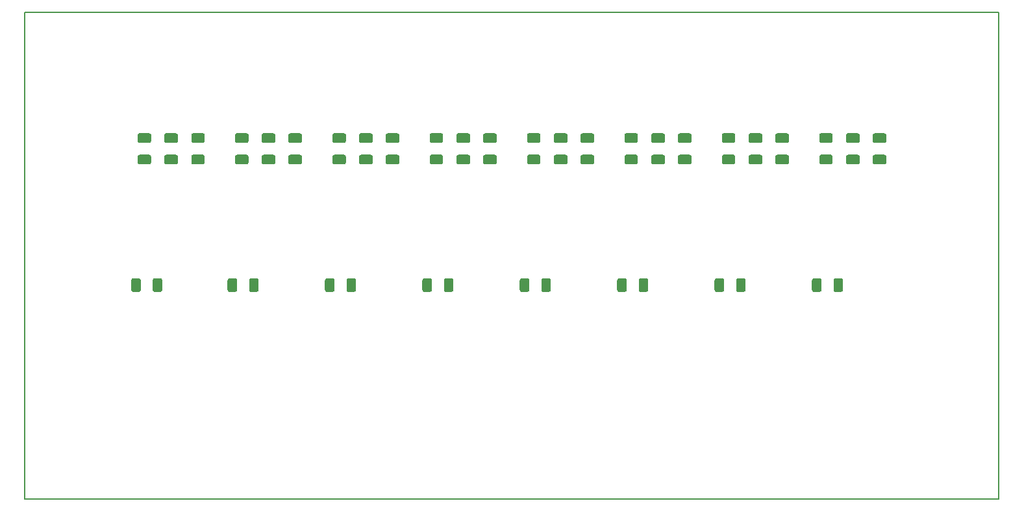
<source format=gbr>
G04 #@! TF.GenerationSoftware,KiCad,Pcbnew,5.1.5+dfsg1-2*
G04 #@! TF.CreationDate,2019-12-13T15:30:38-06:00*
G04 #@! TF.ProjectId,galvanosynth,67616c76-616e-46f7-9379-6e74682e6b69,4.0.0*
G04 #@! TF.SameCoordinates,Original*
G04 #@! TF.FileFunction,Paste,Top*
G04 #@! TF.FilePolarity,Positive*
%FSLAX46Y46*%
G04 Gerber Fmt 4.6, Leading zero omitted, Abs format (unit mm)*
G04 Created by KiCad (PCBNEW 5.1.5+dfsg1-2) date 2019-12-13 15:30:38*
%MOMM*%
%LPD*%
G04 APERTURE LIST*
%ADD10C,0.150000*%
%ADD11C,0.100000*%
G04 APERTURE END LIST*
D10*
X50800000Y-127000000D02*
X177800000Y-127000000D01*
X50800000Y-63500000D02*
X177800000Y-63500000D01*
X50800000Y-127000000D02*
X50800000Y-63500000D01*
X177800000Y-127000000D02*
X177800000Y-63500000D01*
D11*
G36*
X159399504Y-79256204D02*
G01*
X159423773Y-79259804D01*
X159447571Y-79265765D01*
X159470671Y-79274030D01*
X159492849Y-79284520D01*
X159513893Y-79297133D01*
X159533598Y-79311747D01*
X159551777Y-79328223D01*
X159568253Y-79346402D01*
X159582867Y-79366107D01*
X159595480Y-79387151D01*
X159605970Y-79409329D01*
X159614235Y-79432429D01*
X159620196Y-79456227D01*
X159623796Y-79480496D01*
X159625000Y-79505000D01*
X159625000Y-80255000D01*
X159623796Y-80279504D01*
X159620196Y-80303773D01*
X159614235Y-80327571D01*
X159605970Y-80350671D01*
X159595480Y-80372849D01*
X159582867Y-80393893D01*
X159568253Y-80413598D01*
X159551777Y-80431777D01*
X159533598Y-80448253D01*
X159513893Y-80462867D01*
X159492849Y-80475480D01*
X159470671Y-80485970D01*
X159447571Y-80494235D01*
X159423773Y-80500196D01*
X159399504Y-80503796D01*
X159375000Y-80505000D01*
X158125000Y-80505000D01*
X158100496Y-80503796D01*
X158076227Y-80500196D01*
X158052429Y-80494235D01*
X158029329Y-80485970D01*
X158007151Y-80475480D01*
X157986107Y-80462867D01*
X157966402Y-80448253D01*
X157948223Y-80431777D01*
X157931747Y-80413598D01*
X157917133Y-80393893D01*
X157904520Y-80372849D01*
X157894030Y-80350671D01*
X157885765Y-80327571D01*
X157879804Y-80303773D01*
X157876204Y-80279504D01*
X157875000Y-80255000D01*
X157875000Y-79505000D01*
X157876204Y-79480496D01*
X157879804Y-79456227D01*
X157885765Y-79432429D01*
X157894030Y-79409329D01*
X157904520Y-79387151D01*
X157917133Y-79366107D01*
X157931747Y-79346402D01*
X157948223Y-79328223D01*
X157966402Y-79311747D01*
X157986107Y-79297133D01*
X158007151Y-79284520D01*
X158029329Y-79274030D01*
X158052429Y-79265765D01*
X158076227Y-79259804D01*
X158100496Y-79256204D01*
X158125000Y-79255000D01*
X159375000Y-79255000D01*
X159399504Y-79256204D01*
G37*
G36*
X159399504Y-82056204D02*
G01*
X159423773Y-82059804D01*
X159447571Y-82065765D01*
X159470671Y-82074030D01*
X159492849Y-82084520D01*
X159513893Y-82097133D01*
X159533598Y-82111747D01*
X159551777Y-82128223D01*
X159568253Y-82146402D01*
X159582867Y-82166107D01*
X159595480Y-82187151D01*
X159605970Y-82209329D01*
X159614235Y-82232429D01*
X159620196Y-82256227D01*
X159623796Y-82280496D01*
X159625000Y-82305000D01*
X159625000Y-83055000D01*
X159623796Y-83079504D01*
X159620196Y-83103773D01*
X159614235Y-83127571D01*
X159605970Y-83150671D01*
X159595480Y-83172849D01*
X159582867Y-83193893D01*
X159568253Y-83213598D01*
X159551777Y-83231777D01*
X159533598Y-83248253D01*
X159513893Y-83262867D01*
X159492849Y-83275480D01*
X159470671Y-83285970D01*
X159447571Y-83294235D01*
X159423773Y-83300196D01*
X159399504Y-83303796D01*
X159375000Y-83305000D01*
X158125000Y-83305000D01*
X158100496Y-83303796D01*
X158076227Y-83300196D01*
X158052429Y-83294235D01*
X158029329Y-83285970D01*
X158007151Y-83275480D01*
X157986107Y-83262867D01*
X157966402Y-83248253D01*
X157948223Y-83231777D01*
X157931747Y-83213598D01*
X157917133Y-83193893D01*
X157904520Y-83172849D01*
X157894030Y-83150671D01*
X157885765Y-83127571D01*
X157879804Y-83103773D01*
X157876204Y-83079504D01*
X157875000Y-83055000D01*
X157875000Y-82305000D01*
X157876204Y-82280496D01*
X157879804Y-82256227D01*
X157885765Y-82232429D01*
X157894030Y-82209329D01*
X157904520Y-82187151D01*
X157917133Y-82166107D01*
X157931747Y-82146402D01*
X157948223Y-82128223D01*
X157966402Y-82111747D01*
X157986107Y-82097133D01*
X158007151Y-82084520D01*
X158029329Y-82074030D01*
X158052429Y-82065765D01*
X158076227Y-82059804D01*
X158100496Y-82056204D01*
X158125000Y-82055000D01*
X159375000Y-82055000D01*
X159399504Y-82056204D01*
G37*
G36*
X146699504Y-79256204D02*
G01*
X146723773Y-79259804D01*
X146747571Y-79265765D01*
X146770671Y-79274030D01*
X146792849Y-79284520D01*
X146813893Y-79297133D01*
X146833598Y-79311747D01*
X146851777Y-79328223D01*
X146868253Y-79346402D01*
X146882867Y-79366107D01*
X146895480Y-79387151D01*
X146905970Y-79409329D01*
X146914235Y-79432429D01*
X146920196Y-79456227D01*
X146923796Y-79480496D01*
X146925000Y-79505000D01*
X146925000Y-80255000D01*
X146923796Y-80279504D01*
X146920196Y-80303773D01*
X146914235Y-80327571D01*
X146905970Y-80350671D01*
X146895480Y-80372849D01*
X146882867Y-80393893D01*
X146868253Y-80413598D01*
X146851777Y-80431777D01*
X146833598Y-80448253D01*
X146813893Y-80462867D01*
X146792849Y-80475480D01*
X146770671Y-80485970D01*
X146747571Y-80494235D01*
X146723773Y-80500196D01*
X146699504Y-80503796D01*
X146675000Y-80505000D01*
X145425000Y-80505000D01*
X145400496Y-80503796D01*
X145376227Y-80500196D01*
X145352429Y-80494235D01*
X145329329Y-80485970D01*
X145307151Y-80475480D01*
X145286107Y-80462867D01*
X145266402Y-80448253D01*
X145248223Y-80431777D01*
X145231747Y-80413598D01*
X145217133Y-80393893D01*
X145204520Y-80372849D01*
X145194030Y-80350671D01*
X145185765Y-80327571D01*
X145179804Y-80303773D01*
X145176204Y-80279504D01*
X145175000Y-80255000D01*
X145175000Y-79505000D01*
X145176204Y-79480496D01*
X145179804Y-79456227D01*
X145185765Y-79432429D01*
X145194030Y-79409329D01*
X145204520Y-79387151D01*
X145217133Y-79366107D01*
X145231747Y-79346402D01*
X145248223Y-79328223D01*
X145266402Y-79311747D01*
X145286107Y-79297133D01*
X145307151Y-79284520D01*
X145329329Y-79274030D01*
X145352429Y-79265765D01*
X145376227Y-79259804D01*
X145400496Y-79256204D01*
X145425000Y-79255000D01*
X146675000Y-79255000D01*
X146699504Y-79256204D01*
G37*
G36*
X146699504Y-82056204D02*
G01*
X146723773Y-82059804D01*
X146747571Y-82065765D01*
X146770671Y-82074030D01*
X146792849Y-82084520D01*
X146813893Y-82097133D01*
X146833598Y-82111747D01*
X146851777Y-82128223D01*
X146868253Y-82146402D01*
X146882867Y-82166107D01*
X146895480Y-82187151D01*
X146905970Y-82209329D01*
X146914235Y-82232429D01*
X146920196Y-82256227D01*
X146923796Y-82280496D01*
X146925000Y-82305000D01*
X146925000Y-83055000D01*
X146923796Y-83079504D01*
X146920196Y-83103773D01*
X146914235Y-83127571D01*
X146905970Y-83150671D01*
X146895480Y-83172849D01*
X146882867Y-83193893D01*
X146868253Y-83213598D01*
X146851777Y-83231777D01*
X146833598Y-83248253D01*
X146813893Y-83262867D01*
X146792849Y-83275480D01*
X146770671Y-83285970D01*
X146747571Y-83294235D01*
X146723773Y-83300196D01*
X146699504Y-83303796D01*
X146675000Y-83305000D01*
X145425000Y-83305000D01*
X145400496Y-83303796D01*
X145376227Y-83300196D01*
X145352429Y-83294235D01*
X145329329Y-83285970D01*
X145307151Y-83275480D01*
X145286107Y-83262867D01*
X145266402Y-83248253D01*
X145248223Y-83231777D01*
X145231747Y-83213598D01*
X145217133Y-83193893D01*
X145204520Y-83172849D01*
X145194030Y-83150671D01*
X145185765Y-83127571D01*
X145179804Y-83103773D01*
X145176204Y-83079504D01*
X145175000Y-83055000D01*
X145175000Y-82305000D01*
X145176204Y-82280496D01*
X145179804Y-82256227D01*
X145185765Y-82232429D01*
X145194030Y-82209329D01*
X145204520Y-82187151D01*
X145217133Y-82166107D01*
X145231747Y-82146402D01*
X145248223Y-82128223D01*
X145266402Y-82111747D01*
X145286107Y-82097133D01*
X145307151Y-82084520D01*
X145329329Y-82074030D01*
X145352429Y-82065765D01*
X145376227Y-82059804D01*
X145400496Y-82056204D01*
X145425000Y-82055000D01*
X146675000Y-82055000D01*
X146699504Y-82056204D01*
G37*
G36*
X133999504Y-79256204D02*
G01*
X134023773Y-79259804D01*
X134047571Y-79265765D01*
X134070671Y-79274030D01*
X134092849Y-79284520D01*
X134113893Y-79297133D01*
X134133598Y-79311747D01*
X134151777Y-79328223D01*
X134168253Y-79346402D01*
X134182867Y-79366107D01*
X134195480Y-79387151D01*
X134205970Y-79409329D01*
X134214235Y-79432429D01*
X134220196Y-79456227D01*
X134223796Y-79480496D01*
X134225000Y-79505000D01*
X134225000Y-80255000D01*
X134223796Y-80279504D01*
X134220196Y-80303773D01*
X134214235Y-80327571D01*
X134205970Y-80350671D01*
X134195480Y-80372849D01*
X134182867Y-80393893D01*
X134168253Y-80413598D01*
X134151777Y-80431777D01*
X134133598Y-80448253D01*
X134113893Y-80462867D01*
X134092849Y-80475480D01*
X134070671Y-80485970D01*
X134047571Y-80494235D01*
X134023773Y-80500196D01*
X133999504Y-80503796D01*
X133975000Y-80505000D01*
X132725000Y-80505000D01*
X132700496Y-80503796D01*
X132676227Y-80500196D01*
X132652429Y-80494235D01*
X132629329Y-80485970D01*
X132607151Y-80475480D01*
X132586107Y-80462867D01*
X132566402Y-80448253D01*
X132548223Y-80431777D01*
X132531747Y-80413598D01*
X132517133Y-80393893D01*
X132504520Y-80372849D01*
X132494030Y-80350671D01*
X132485765Y-80327571D01*
X132479804Y-80303773D01*
X132476204Y-80279504D01*
X132475000Y-80255000D01*
X132475000Y-79505000D01*
X132476204Y-79480496D01*
X132479804Y-79456227D01*
X132485765Y-79432429D01*
X132494030Y-79409329D01*
X132504520Y-79387151D01*
X132517133Y-79366107D01*
X132531747Y-79346402D01*
X132548223Y-79328223D01*
X132566402Y-79311747D01*
X132586107Y-79297133D01*
X132607151Y-79284520D01*
X132629329Y-79274030D01*
X132652429Y-79265765D01*
X132676227Y-79259804D01*
X132700496Y-79256204D01*
X132725000Y-79255000D01*
X133975000Y-79255000D01*
X133999504Y-79256204D01*
G37*
G36*
X133999504Y-82056204D02*
G01*
X134023773Y-82059804D01*
X134047571Y-82065765D01*
X134070671Y-82074030D01*
X134092849Y-82084520D01*
X134113893Y-82097133D01*
X134133598Y-82111747D01*
X134151777Y-82128223D01*
X134168253Y-82146402D01*
X134182867Y-82166107D01*
X134195480Y-82187151D01*
X134205970Y-82209329D01*
X134214235Y-82232429D01*
X134220196Y-82256227D01*
X134223796Y-82280496D01*
X134225000Y-82305000D01*
X134225000Y-83055000D01*
X134223796Y-83079504D01*
X134220196Y-83103773D01*
X134214235Y-83127571D01*
X134205970Y-83150671D01*
X134195480Y-83172849D01*
X134182867Y-83193893D01*
X134168253Y-83213598D01*
X134151777Y-83231777D01*
X134133598Y-83248253D01*
X134113893Y-83262867D01*
X134092849Y-83275480D01*
X134070671Y-83285970D01*
X134047571Y-83294235D01*
X134023773Y-83300196D01*
X133999504Y-83303796D01*
X133975000Y-83305000D01*
X132725000Y-83305000D01*
X132700496Y-83303796D01*
X132676227Y-83300196D01*
X132652429Y-83294235D01*
X132629329Y-83285970D01*
X132607151Y-83275480D01*
X132586107Y-83262867D01*
X132566402Y-83248253D01*
X132548223Y-83231777D01*
X132531747Y-83213598D01*
X132517133Y-83193893D01*
X132504520Y-83172849D01*
X132494030Y-83150671D01*
X132485765Y-83127571D01*
X132479804Y-83103773D01*
X132476204Y-83079504D01*
X132475000Y-83055000D01*
X132475000Y-82305000D01*
X132476204Y-82280496D01*
X132479804Y-82256227D01*
X132485765Y-82232429D01*
X132494030Y-82209329D01*
X132504520Y-82187151D01*
X132517133Y-82166107D01*
X132531747Y-82146402D01*
X132548223Y-82128223D01*
X132566402Y-82111747D01*
X132586107Y-82097133D01*
X132607151Y-82084520D01*
X132629329Y-82074030D01*
X132652429Y-82065765D01*
X132676227Y-82059804D01*
X132700496Y-82056204D01*
X132725000Y-82055000D01*
X133975000Y-82055000D01*
X133999504Y-82056204D01*
G37*
G36*
X121299504Y-79256204D02*
G01*
X121323773Y-79259804D01*
X121347571Y-79265765D01*
X121370671Y-79274030D01*
X121392849Y-79284520D01*
X121413893Y-79297133D01*
X121433598Y-79311747D01*
X121451777Y-79328223D01*
X121468253Y-79346402D01*
X121482867Y-79366107D01*
X121495480Y-79387151D01*
X121505970Y-79409329D01*
X121514235Y-79432429D01*
X121520196Y-79456227D01*
X121523796Y-79480496D01*
X121525000Y-79505000D01*
X121525000Y-80255000D01*
X121523796Y-80279504D01*
X121520196Y-80303773D01*
X121514235Y-80327571D01*
X121505970Y-80350671D01*
X121495480Y-80372849D01*
X121482867Y-80393893D01*
X121468253Y-80413598D01*
X121451777Y-80431777D01*
X121433598Y-80448253D01*
X121413893Y-80462867D01*
X121392849Y-80475480D01*
X121370671Y-80485970D01*
X121347571Y-80494235D01*
X121323773Y-80500196D01*
X121299504Y-80503796D01*
X121275000Y-80505000D01*
X120025000Y-80505000D01*
X120000496Y-80503796D01*
X119976227Y-80500196D01*
X119952429Y-80494235D01*
X119929329Y-80485970D01*
X119907151Y-80475480D01*
X119886107Y-80462867D01*
X119866402Y-80448253D01*
X119848223Y-80431777D01*
X119831747Y-80413598D01*
X119817133Y-80393893D01*
X119804520Y-80372849D01*
X119794030Y-80350671D01*
X119785765Y-80327571D01*
X119779804Y-80303773D01*
X119776204Y-80279504D01*
X119775000Y-80255000D01*
X119775000Y-79505000D01*
X119776204Y-79480496D01*
X119779804Y-79456227D01*
X119785765Y-79432429D01*
X119794030Y-79409329D01*
X119804520Y-79387151D01*
X119817133Y-79366107D01*
X119831747Y-79346402D01*
X119848223Y-79328223D01*
X119866402Y-79311747D01*
X119886107Y-79297133D01*
X119907151Y-79284520D01*
X119929329Y-79274030D01*
X119952429Y-79265765D01*
X119976227Y-79259804D01*
X120000496Y-79256204D01*
X120025000Y-79255000D01*
X121275000Y-79255000D01*
X121299504Y-79256204D01*
G37*
G36*
X121299504Y-82056204D02*
G01*
X121323773Y-82059804D01*
X121347571Y-82065765D01*
X121370671Y-82074030D01*
X121392849Y-82084520D01*
X121413893Y-82097133D01*
X121433598Y-82111747D01*
X121451777Y-82128223D01*
X121468253Y-82146402D01*
X121482867Y-82166107D01*
X121495480Y-82187151D01*
X121505970Y-82209329D01*
X121514235Y-82232429D01*
X121520196Y-82256227D01*
X121523796Y-82280496D01*
X121525000Y-82305000D01*
X121525000Y-83055000D01*
X121523796Y-83079504D01*
X121520196Y-83103773D01*
X121514235Y-83127571D01*
X121505970Y-83150671D01*
X121495480Y-83172849D01*
X121482867Y-83193893D01*
X121468253Y-83213598D01*
X121451777Y-83231777D01*
X121433598Y-83248253D01*
X121413893Y-83262867D01*
X121392849Y-83275480D01*
X121370671Y-83285970D01*
X121347571Y-83294235D01*
X121323773Y-83300196D01*
X121299504Y-83303796D01*
X121275000Y-83305000D01*
X120025000Y-83305000D01*
X120000496Y-83303796D01*
X119976227Y-83300196D01*
X119952429Y-83294235D01*
X119929329Y-83285970D01*
X119907151Y-83275480D01*
X119886107Y-83262867D01*
X119866402Y-83248253D01*
X119848223Y-83231777D01*
X119831747Y-83213598D01*
X119817133Y-83193893D01*
X119804520Y-83172849D01*
X119794030Y-83150671D01*
X119785765Y-83127571D01*
X119779804Y-83103773D01*
X119776204Y-83079504D01*
X119775000Y-83055000D01*
X119775000Y-82305000D01*
X119776204Y-82280496D01*
X119779804Y-82256227D01*
X119785765Y-82232429D01*
X119794030Y-82209329D01*
X119804520Y-82187151D01*
X119817133Y-82166107D01*
X119831747Y-82146402D01*
X119848223Y-82128223D01*
X119866402Y-82111747D01*
X119886107Y-82097133D01*
X119907151Y-82084520D01*
X119929329Y-82074030D01*
X119952429Y-82065765D01*
X119976227Y-82059804D01*
X120000496Y-82056204D01*
X120025000Y-82055000D01*
X121275000Y-82055000D01*
X121299504Y-82056204D01*
G37*
G36*
X108599504Y-79256204D02*
G01*
X108623773Y-79259804D01*
X108647571Y-79265765D01*
X108670671Y-79274030D01*
X108692849Y-79284520D01*
X108713893Y-79297133D01*
X108733598Y-79311747D01*
X108751777Y-79328223D01*
X108768253Y-79346402D01*
X108782867Y-79366107D01*
X108795480Y-79387151D01*
X108805970Y-79409329D01*
X108814235Y-79432429D01*
X108820196Y-79456227D01*
X108823796Y-79480496D01*
X108825000Y-79505000D01*
X108825000Y-80255000D01*
X108823796Y-80279504D01*
X108820196Y-80303773D01*
X108814235Y-80327571D01*
X108805970Y-80350671D01*
X108795480Y-80372849D01*
X108782867Y-80393893D01*
X108768253Y-80413598D01*
X108751777Y-80431777D01*
X108733598Y-80448253D01*
X108713893Y-80462867D01*
X108692849Y-80475480D01*
X108670671Y-80485970D01*
X108647571Y-80494235D01*
X108623773Y-80500196D01*
X108599504Y-80503796D01*
X108575000Y-80505000D01*
X107325000Y-80505000D01*
X107300496Y-80503796D01*
X107276227Y-80500196D01*
X107252429Y-80494235D01*
X107229329Y-80485970D01*
X107207151Y-80475480D01*
X107186107Y-80462867D01*
X107166402Y-80448253D01*
X107148223Y-80431777D01*
X107131747Y-80413598D01*
X107117133Y-80393893D01*
X107104520Y-80372849D01*
X107094030Y-80350671D01*
X107085765Y-80327571D01*
X107079804Y-80303773D01*
X107076204Y-80279504D01*
X107075000Y-80255000D01*
X107075000Y-79505000D01*
X107076204Y-79480496D01*
X107079804Y-79456227D01*
X107085765Y-79432429D01*
X107094030Y-79409329D01*
X107104520Y-79387151D01*
X107117133Y-79366107D01*
X107131747Y-79346402D01*
X107148223Y-79328223D01*
X107166402Y-79311747D01*
X107186107Y-79297133D01*
X107207151Y-79284520D01*
X107229329Y-79274030D01*
X107252429Y-79265765D01*
X107276227Y-79259804D01*
X107300496Y-79256204D01*
X107325000Y-79255000D01*
X108575000Y-79255000D01*
X108599504Y-79256204D01*
G37*
G36*
X108599504Y-82056204D02*
G01*
X108623773Y-82059804D01*
X108647571Y-82065765D01*
X108670671Y-82074030D01*
X108692849Y-82084520D01*
X108713893Y-82097133D01*
X108733598Y-82111747D01*
X108751777Y-82128223D01*
X108768253Y-82146402D01*
X108782867Y-82166107D01*
X108795480Y-82187151D01*
X108805970Y-82209329D01*
X108814235Y-82232429D01*
X108820196Y-82256227D01*
X108823796Y-82280496D01*
X108825000Y-82305000D01*
X108825000Y-83055000D01*
X108823796Y-83079504D01*
X108820196Y-83103773D01*
X108814235Y-83127571D01*
X108805970Y-83150671D01*
X108795480Y-83172849D01*
X108782867Y-83193893D01*
X108768253Y-83213598D01*
X108751777Y-83231777D01*
X108733598Y-83248253D01*
X108713893Y-83262867D01*
X108692849Y-83275480D01*
X108670671Y-83285970D01*
X108647571Y-83294235D01*
X108623773Y-83300196D01*
X108599504Y-83303796D01*
X108575000Y-83305000D01*
X107325000Y-83305000D01*
X107300496Y-83303796D01*
X107276227Y-83300196D01*
X107252429Y-83294235D01*
X107229329Y-83285970D01*
X107207151Y-83275480D01*
X107186107Y-83262867D01*
X107166402Y-83248253D01*
X107148223Y-83231777D01*
X107131747Y-83213598D01*
X107117133Y-83193893D01*
X107104520Y-83172849D01*
X107094030Y-83150671D01*
X107085765Y-83127571D01*
X107079804Y-83103773D01*
X107076204Y-83079504D01*
X107075000Y-83055000D01*
X107075000Y-82305000D01*
X107076204Y-82280496D01*
X107079804Y-82256227D01*
X107085765Y-82232429D01*
X107094030Y-82209329D01*
X107104520Y-82187151D01*
X107117133Y-82166107D01*
X107131747Y-82146402D01*
X107148223Y-82128223D01*
X107166402Y-82111747D01*
X107186107Y-82097133D01*
X107207151Y-82084520D01*
X107229329Y-82074030D01*
X107252429Y-82065765D01*
X107276227Y-82059804D01*
X107300496Y-82056204D01*
X107325000Y-82055000D01*
X108575000Y-82055000D01*
X108599504Y-82056204D01*
G37*
G36*
X95899504Y-79256204D02*
G01*
X95923773Y-79259804D01*
X95947571Y-79265765D01*
X95970671Y-79274030D01*
X95992849Y-79284520D01*
X96013893Y-79297133D01*
X96033598Y-79311747D01*
X96051777Y-79328223D01*
X96068253Y-79346402D01*
X96082867Y-79366107D01*
X96095480Y-79387151D01*
X96105970Y-79409329D01*
X96114235Y-79432429D01*
X96120196Y-79456227D01*
X96123796Y-79480496D01*
X96125000Y-79505000D01*
X96125000Y-80255000D01*
X96123796Y-80279504D01*
X96120196Y-80303773D01*
X96114235Y-80327571D01*
X96105970Y-80350671D01*
X96095480Y-80372849D01*
X96082867Y-80393893D01*
X96068253Y-80413598D01*
X96051777Y-80431777D01*
X96033598Y-80448253D01*
X96013893Y-80462867D01*
X95992849Y-80475480D01*
X95970671Y-80485970D01*
X95947571Y-80494235D01*
X95923773Y-80500196D01*
X95899504Y-80503796D01*
X95875000Y-80505000D01*
X94625000Y-80505000D01*
X94600496Y-80503796D01*
X94576227Y-80500196D01*
X94552429Y-80494235D01*
X94529329Y-80485970D01*
X94507151Y-80475480D01*
X94486107Y-80462867D01*
X94466402Y-80448253D01*
X94448223Y-80431777D01*
X94431747Y-80413598D01*
X94417133Y-80393893D01*
X94404520Y-80372849D01*
X94394030Y-80350671D01*
X94385765Y-80327571D01*
X94379804Y-80303773D01*
X94376204Y-80279504D01*
X94375000Y-80255000D01*
X94375000Y-79505000D01*
X94376204Y-79480496D01*
X94379804Y-79456227D01*
X94385765Y-79432429D01*
X94394030Y-79409329D01*
X94404520Y-79387151D01*
X94417133Y-79366107D01*
X94431747Y-79346402D01*
X94448223Y-79328223D01*
X94466402Y-79311747D01*
X94486107Y-79297133D01*
X94507151Y-79284520D01*
X94529329Y-79274030D01*
X94552429Y-79265765D01*
X94576227Y-79259804D01*
X94600496Y-79256204D01*
X94625000Y-79255000D01*
X95875000Y-79255000D01*
X95899504Y-79256204D01*
G37*
G36*
X95899504Y-82056204D02*
G01*
X95923773Y-82059804D01*
X95947571Y-82065765D01*
X95970671Y-82074030D01*
X95992849Y-82084520D01*
X96013893Y-82097133D01*
X96033598Y-82111747D01*
X96051777Y-82128223D01*
X96068253Y-82146402D01*
X96082867Y-82166107D01*
X96095480Y-82187151D01*
X96105970Y-82209329D01*
X96114235Y-82232429D01*
X96120196Y-82256227D01*
X96123796Y-82280496D01*
X96125000Y-82305000D01*
X96125000Y-83055000D01*
X96123796Y-83079504D01*
X96120196Y-83103773D01*
X96114235Y-83127571D01*
X96105970Y-83150671D01*
X96095480Y-83172849D01*
X96082867Y-83193893D01*
X96068253Y-83213598D01*
X96051777Y-83231777D01*
X96033598Y-83248253D01*
X96013893Y-83262867D01*
X95992849Y-83275480D01*
X95970671Y-83285970D01*
X95947571Y-83294235D01*
X95923773Y-83300196D01*
X95899504Y-83303796D01*
X95875000Y-83305000D01*
X94625000Y-83305000D01*
X94600496Y-83303796D01*
X94576227Y-83300196D01*
X94552429Y-83294235D01*
X94529329Y-83285970D01*
X94507151Y-83275480D01*
X94486107Y-83262867D01*
X94466402Y-83248253D01*
X94448223Y-83231777D01*
X94431747Y-83213598D01*
X94417133Y-83193893D01*
X94404520Y-83172849D01*
X94394030Y-83150671D01*
X94385765Y-83127571D01*
X94379804Y-83103773D01*
X94376204Y-83079504D01*
X94375000Y-83055000D01*
X94375000Y-82305000D01*
X94376204Y-82280496D01*
X94379804Y-82256227D01*
X94385765Y-82232429D01*
X94394030Y-82209329D01*
X94404520Y-82187151D01*
X94417133Y-82166107D01*
X94431747Y-82146402D01*
X94448223Y-82128223D01*
X94466402Y-82111747D01*
X94486107Y-82097133D01*
X94507151Y-82084520D01*
X94529329Y-82074030D01*
X94552429Y-82065765D01*
X94576227Y-82059804D01*
X94600496Y-82056204D01*
X94625000Y-82055000D01*
X95875000Y-82055000D01*
X95899504Y-82056204D01*
G37*
G36*
X83199504Y-79256204D02*
G01*
X83223773Y-79259804D01*
X83247571Y-79265765D01*
X83270671Y-79274030D01*
X83292849Y-79284520D01*
X83313893Y-79297133D01*
X83333598Y-79311747D01*
X83351777Y-79328223D01*
X83368253Y-79346402D01*
X83382867Y-79366107D01*
X83395480Y-79387151D01*
X83405970Y-79409329D01*
X83414235Y-79432429D01*
X83420196Y-79456227D01*
X83423796Y-79480496D01*
X83425000Y-79505000D01*
X83425000Y-80255000D01*
X83423796Y-80279504D01*
X83420196Y-80303773D01*
X83414235Y-80327571D01*
X83405970Y-80350671D01*
X83395480Y-80372849D01*
X83382867Y-80393893D01*
X83368253Y-80413598D01*
X83351777Y-80431777D01*
X83333598Y-80448253D01*
X83313893Y-80462867D01*
X83292849Y-80475480D01*
X83270671Y-80485970D01*
X83247571Y-80494235D01*
X83223773Y-80500196D01*
X83199504Y-80503796D01*
X83175000Y-80505000D01*
X81925000Y-80505000D01*
X81900496Y-80503796D01*
X81876227Y-80500196D01*
X81852429Y-80494235D01*
X81829329Y-80485970D01*
X81807151Y-80475480D01*
X81786107Y-80462867D01*
X81766402Y-80448253D01*
X81748223Y-80431777D01*
X81731747Y-80413598D01*
X81717133Y-80393893D01*
X81704520Y-80372849D01*
X81694030Y-80350671D01*
X81685765Y-80327571D01*
X81679804Y-80303773D01*
X81676204Y-80279504D01*
X81675000Y-80255000D01*
X81675000Y-79505000D01*
X81676204Y-79480496D01*
X81679804Y-79456227D01*
X81685765Y-79432429D01*
X81694030Y-79409329D01*
X81704520Y-79387151D01*
X81717133Y-79366107D01*
X81731747Y-79346402D01*
X81748223Y-79328223D01*
X81766402Y-79311747D01*
X81786107Y-79297133D01*
X81807151Y-79284520D01*
X81829329Y-79274030D01*
X81852429Y-79265765D01*
X81876227Y-79259804D01*
X81900496Y-79256204D01*
X81925000Y-79255000D01*
X83175000Y-79255000D01*
X83199504Y-79256204D01*
G37*
G36*
X83199504Y-82056204D02*
G01*
X83223773Y-82059804D01*
X83247571Y-82065765D01*
X83270671Y-82074030D01*
X83292849Y-82084520D01*
X83313893Y-82097133D01*
X83333598Y-82111747D01*
X83351777Y-82128223D01*
X83368253Y-82146402D01*
X83382867Y-82166107D01*
X83395480Y-82187151D01*
X83405970Y-82209329D01*
X83414235Y-82232429D01*
X83420196Y-82256227D01*
X83423796Y-82280496D01*
X83425000Y-82305000D01*
X83425000Y-83055000D01*
X83423796Y-83079504D01*
X83420196Y-83103773D01*
X83414235Y-83127571D01*
X83405970Y-83150671D01*
X83395480Y-83172849D01*
X83382867Y-83193893D01*
X83368253Y-83213598D01*
X83351777Y-83231777D01*
X83333598Y-83248253D01*
X83313893Y-83262867D01*
X83292849Y-83275480D01*
X83270671Y-83285970D01*
X83247571Y-83294235D01*
X83223773Y-83300196D01*
X83199504Y-83303796D01*
X83175000Y-83305000D01*
X81925000Y-83305000D01*
X81900496Y-83303796D01*
X81876227Y-83300196D01*
X81852429Y-83294235D01*
X81829329Y-83285970D01*
X81807151Y-83275480D01*
X81786107Y-83262867D01*
X81766402Y-83248253D01*
X81748223Y-83231777D01*
X81731747Y-83213598D01*
X81717133Y-83193893D01*
X81704520Y-83172849D01*
X81694030Y-83150671D01*
X81685765Y-83127571D01*
X81679804Y-83103773D01*
X81676204Y-83079504D01*
X81675000Y-83055000D01*
X81675000Y-82305000D01*
X81676204Y-82280496D01*
X81679804Y-82256227D01*
X81685765Y-82232429D01*
X81694030Y-82209329D01*
X81704520Y-82187151D01*
X81717133Y-82166107D01*
X81731747Y-82146402D01*
X81748223Y-82128223D01*
X81766402Y-82111747D01*
X81786107Y-82097133D01*
X81807151Y-82084520D01*
X81829329Y-82074030D01*
X81852429Y-82065765D01*
X81876227Y-82059804D01*
X81900496Y-82056204D01*
X81925000Y-82055000D01*
X83175000Y-82055000D01*
X83199504Y-82056204D01*
G37*
G36*
X70499504Y-79256204D02*
G01*
X70523773Y-79259804D01*
X70547571Y-79265765D01*
X70570671Y-79274030D01*
X70592849Y-79284520D01*
X70613893Y-79297133D01*
X70633598Y-79311747D01*
X70651777Y-79328223D01*
X70668253Y-79346402D01*
X70682867Y-79366107D01*
X70695480Y-79387151D01*
X70705970Y-79409329D01*
X70714235Y-79432429D01*
X70720196Y-79456227D01*
X70723796Y-79480496D01*
X70725000Y-79505000D01*
X70725000Y-80255000D01*
X70723796Y-80279504D01*
X70720196Y-80303773D01*
X70714235Y-80327571D01*
X70705970Y-80350671D01*
X70695480Y-80372849D01*
X70682867Y-80393893D01*
X70668253Y-80413598D01*
X70651777Y-80431777D01*
X70633598Y-80448253D01*
X70613893Y-80462867D01*
X70592849Y-80475480D01*
X70570671Y-80485970D01*
X70547571Y-80494235D01*
X70523773Y-80500196D01*
X70499504Y-80503796D01*
X70475000Y-80505000D01*
X69225000Y-80505000D01*
X69200496Y-80503796D01*
X69176227Y-80500196D01*
X69152429Y-80494235D01*
X69129329Y-80485970D01*
X69107151Y-80475480D01*
X69086107Y-80462867D01*
X69066402Y-80448253D01*
X69048223Y-80431777D01*
X69031747Y-80413598D01*
X69017133Y-80393893D01*
X69004520Y-80372849D01*
X68994030Y-80350671D01*
X68985765Y-80327571D01*
X68979804Y-80303773D01*
X68976204Y-80279504D01*
X68975000Y-80255000D01*
X68975000Y-79505000D01*
X68976204Y-79480496D01*
X68979804Y-79456227D01*
X68985765Y-79432429D01*
X68994030Y-79409329D01*
X69004520Y-79387151D01*
X69017133Y-79366107D01*
X69031747Y-79346402D01*
X69048223Y-79328223D01*
X69066402Y-79311747D01*
X69086107Y-79297133D01*
X69107151Y-79284520D01*
X69129329Y-79274030D01*
X69152429Y-79265765D01*
X69176227Y-79259804D01*
X69200496Y-79256204D01*
X69225000Y-79255000D01*
X70475000Y-79255000D01*
X70499504Y-79256204D01*
G37*
G36*
X70499504Y-82056204D02*
G01*
X70523773Y-82059804D01*
X70547571Y-82065765D01*
X70570671Y-82074030D01*
X70592849Y-82084520D01*
X70613893Y-82097133D01*
X70633598Y-82111747D01*
X70651777Y-82128223D01*
X70668253Y-82146402D01*
X70682867Y-82166107D01*
X70695480Y-82187151D01*
X70705970Y-82209329D01*
X70714235Y-82232429D01*
X70720196Y-82256227D01*
X70723796Y-82280496D01*
X70725000Y-82305000D01*
X70725000Y-83055000D01*
X70723796Y-83079504D01*
X70720196Y-83103773D01*
X70714235Y-83127571D01*
X70705970Y-83150671D01*
X70695480Y-83172849D01*
X70682867Y-83193893D01*
X70668253Y-83213598D01*
X70651777Y-83231777D01*
X70633598Y-83248253D01*
X70613893Y-83262867D01*
X70592849Y-83275480D01*
X70570671Y-83285970D01*
X70547571Y-83294235D01*
X70523773Y-83300196D01*
X70499504Y-83303796D01*
X70475000Y-83305000D01*
X69225000Y-83305000D01*
X69200496Y-83303796D01*
X69176227Y-83300196D01*
X69152429Y-83294235D01*
X69129329Y-83285970D01*
X69107151Y-83275480D01*
X69086107Y-83262867D01*
X69066402Y-83248253D01*
X69048223Y-83231777D01*
X69031747Y-83213598D01*
X69017133Y-83193893D01*
X69004520Y-83172849D01*
X68994030Y-83150671D01*
X68985765Y-83127571D01*
X68979804Y-83103773D01*
X68976204Y-83079504D01*
X68975000Y-83055000D01*
X68975000Y-82305000D01*
X68976204Y-82280496D01*
X68979804Y-82256227D01*
X68985765Y-82232429D01*
X68994030Y-82209329D01*
X69004520Y-82187151D01*
X69017133Y-82166107D01*
X69031747Y-82146402D01*
X69048223Y-82128223D01*
X69066402Y-82111747D01*
X69086107Y-82097133D01*
X69107151Y-82084520D01*
X69129329Y-82074030D01*
X69152429Y-82065765D01*
X69176227Y-82059804D01*
X69200496Y-82056204D01*
X69225000Y-82055000D01*
X70475000Y-82055000D01*
X70499504Y-82056204D01*
G37*
G36*
X162877004Y-79256204D02*
G01*
X162901273Y-79259804D01*
X162925071Y-79265765D01*
X162948171Y-79274030D01*
X162970349Y-79284520D01*
X162991393Y-79297133D01*
X163011098Y-79311747D01*
X163029277Y-79328223D01*
X163045753Y-79346402D01*
X163060367Y-79366107D01*
X163072980Y-79387151D01*
X163083470Y-79409329D01*
X163091735Y-79432429D01*
X163097696Y-79456227D01*
X163101296Y-79480496D01*
X163102500Y-79505000D01*
X163102500Y-80255000D01*
X163101296Y-80279504D01*
X163097696Y-80303773D01*
X163091735Y-80327571D01*
X163083470Y-80350671D01*
X163072980Y-80372849D01*
X163060367Y-80393893D01*
X163045753Y-80413598D01*
X163029277Y-80431777D01*
X163011098Y-80448253D01*
X162991393Y-80462867D01*
X162970349Y-80475480D01*
X162948171Y-80485970D01*
X162925071Y-80494235D01*
X162901273Y-80500196D01*
X162877004Y-80503796D01*
X162852500Y-80505000D01*
X161602500Y-80505000D01*
X161577996Y-80503796D01*
X161553727Y-80500196D01*
X161529929Y-80494235D01*
X161506829Y-80485970D01*
X161484651Y-80475480D01*
X161463607Y-80462867D01*
X161443902Y-80448253D01*
X161425723Y-80431777D01*
X161409247Y-80413598D01*
X161394633Y-80393893D01*
X161382020Y-80372849D01*
X161371530Y-80350671D01*
X161363265Y-80327571D01*
X161357304Y-80303773D01*
X161353704Y-80279504D01*
X161352500Y-80255000D01*
X161352500Y-79505000D01*
X161353704Y-79480496D01*
X161357304Y-79456227D01*
X161363265Y-79432429D01*
X161371530Y-79409329D01*
X161382020Y-79387151D01*
X161394633Y-79366107D01*
X161409247Y-79346402D01*
X161425723Y-79328223D01*
X161443902Y-79311747D01*
X161463607Y-79297133D01*
X161484651Y-79284520D01*
X161506829Y-79274030D01*
X161529929Y-79265765D01*
X161553727Y-79259804D01*
X161577996Y-79256204D01*
X161602500Y-79255000D01*
X162852500Y-79255000D01*
X162877004Y-79256204D01*
G37*
G36*
X162877004Y-82056204D02*
G01*
X162901273Y-82059804D01*
X162925071Y-82065765D01*
X162948171Y-82074030D01*
X162970349Y-82084520D01*
X162991393Y-82097133D01*
X163011098Y-82111747D01*
X163029277Y-82128223D01*
X163045753Y-82146402D01*
X163060367Y-82166107D01*
X163072980Y-82187151D01*
X163083470Y-82209329D01*
X163091735Y-82232429D01*
X163097696Y-82256227D01*
X163101296Y-82280496D01*
X163102500Y-82305000D01*
X163102500Y-83055000D01*
X163101296Y-83079504D01*
X163097696Y-83103773D01*
X163091735Y-83127571D01*
X163083470Y-83150671D01*
X163072980Y-83172849D01*
X163060367Y-83193893D01*
X163045753Y-83213598D01*
X163029277Y-83231777D01*
X163011098Y-83248253D01*
X162991393Y-83262867D01*
X162970349Y-83275480D01*
X162948171Y-83285970D01*
X162925071Y-83294235D01*
X162901273Y-83300196D01*
X162877004Y-83303796D01*
X162852500Y-83305000D01*
X161602500Y-83305000D01*
X161577996Y-83303796D01*
X161553727Y-83300196D01*
X161529929Y-83294235D01*
X161506829Y-83285970D01*
X161484651Y-83275480D01*
X161463607Y-83262867D01*
X161443902Y-83248253D01*
X161425723Y-83231777D01*
X161409247Y-83213598D01*
X161394633Y-83193893D01*
X161382020Y-83172849D01*
X161371530Y-83150671D01*
X161363265Y-83127571D01*
X161357304Y-83103773D01*
X161353704Y-83079504D01*
X161352500Y-83055000D01*
X161352500Y-82305000D01*
X161353704Y-82280496D01*
X161357304Y-82256227D01*
X161363265Y-82232429D01*
X161371530Y-82209329D01*
X161382020Y-82187151D01*
X161394633Y-82166107D01*
X161409247Y-82146402D01*
X161425723Y-82128223D01*
X161443902Y-82111747D01*
X161463607Y-82097133D01*
X161484651Y-82084520D01*
X161506829Y-82074030D01*
X161529929Y-82065765D01*
X161553727Y-82059804D01*
X161577996Y-82056204D01*
X161602500Y-82055000D01*
X162852500Y-82055000D01*
X162877004Y-82056204D01*
G37*
G36*
X150177004Y-79256204D02*
G01*
X150201273Y-79259804D01*
X150225071Y-79265765D01*
X150248171Y-79274030D01*
X150270349Y-79284520D01*
X150291393Y-79297133D01*
X150311098Y-79311747D01*
X150329277Y-79328223D01*
X150345753Y-79346402D01*
X150360367Y-79366107D01*
X150372980Y-79387151D01*
X150383470Y-79409329D01*
X150391735Y-79432429D01*
X150397696Y-79456227D01*
X150401296Y-79480496D01*
X150402500Y-79505000D01*
X150402500Y-80255000D01*
X150401296Y-80279504D01*
X150397696Y-80303773D01*
X150391735Y-80327571D01*
X150383470Y-80350671D01*
X150372980Y-80372849D01*
X150360367Y-80393893D01*
X150345753Y-80413598D01*
X150329277Y-80431777D01*
X150311098Y-80448253D01*
X150291393Y-80462867D01*
X150270349Y-80475480D01*
X150248171Y-80485970D01*
X150225071Y-80494235D01*
X150201273Y-80500196D01*
X150177004Y-80503796D01*
X150152500Y-80505000D01*
X148902500Y-80505000D01*
X148877996Y-80503796D01*
X148853727Y-80500196D01*
X148829929Y-80494235D01*
X148806829Y-80485970D01*
X148784651Y-80475480D01*
X148763607Y-80462867D01*
X148743902Y-80448253D01*
X148725723Y-80431777D01*
X148709247Y-80413598D01*
X148694633Y-80393893D01*
X148682020Y-80372849D01*
X148671530Y-80350671D01*
X148663265Y-80327571D01*
X148657304Y-80303773D01*
X148653704Y-80279504D01*
X148652500Y-80255000D01*
X148652500Y-79505000D01*
X148653704Y-79480496D01*
X148657304Y-79456227D01*
X148663265Y-79432429D01*
X148671530Y-79409329D01*
X148682020Y-79387151D01*
X148694633Y-79366107D01*
X148709247Y-79346402D01*
X148725723Y-79328223D01*
X148743902Y-79311747D01*
X148763607Y-79297133D01*
X148784651Y-79284520D01*
X148806829Y-79274030D01*
X148829929Y-79265765D01*
X148853727Y-79259804D01*
X148877996Y-79256204D01*
X148902500Y-79255000D01*
X150152500Y-79255000D01*
X150177004Y-79256204D01*
G37*
G36*
X150177004Y-82056204D02*
G01*
X150201273Y-82059804D01*
X150225071Y-82065765D01*
X150248171Y-82074030D01*
X150270349Y-82084520D01*
X150291393Y-82097133D01*
X150311098Y-82111747D01*
X150329277Y-82128223D01*
X150345753Y-82146402D01*
X150360367Y-82166107D01*
X150372980Y-82187151D01*
X150383470Y-82209329D01*
X150391735Y-82232429D01*
X150397696Y-82256227D01*
X150401296Y-82280496D01*
X150402500Y-82305000D01*
X150402500Y-83055000D01*
X150401296Y-83079504D01*
X150397696Y-83103773D01*
X150391735Y-83127571D01*
X150383470Y-83150671D01*
X150372980Y-83172849D01*
X150360367Y-83193893D01*
X150345753Y-83213598D01*
X150329277Y-83231777D01*
X150311098Y-83248253D01*
X150291393Y-83262867D01*
X150270349Y-83275480D01*
X150248171Y-83285970D01*
X150225071Y-83294235D01*
X150201273Y-83300196D01*
X150177004Y-83303796D01*
X150152500Y-83305000D01*
X148902500Y-83305000D01*
X148877996Y-83303796D01*
X148853727Y-83300196D01*
X148829929Y-83294235D01*
X148806829Y-83285970D01*
X148784651Y-83275480D01*
X148763607Y-83262867D01*
X148743902Y-83248253D01*
X148725723Y-83231777D01*
X148709247Y-83213598D01*
X148694633Y-83193893D01*
X148682020Y-83172849D01*
X148671530Y-83150671D01*
X148663265Y-83127571D01*
X148657304Y-83103773D01*
X148653704Y-83079504D01*
X148652500Y-83055000D01*
X148652500Y-82305000D01*
X148653704Y-82280496D01*
X148657304Y-82256227D01*
X148663265Y-82232429D01*
X148671530Y-82209329D01*
X148682020Y-82187151D01*
X148694633Y-82166107D01*
X148709247Y-82146402D01*
X148725723Y-82128223D01*
X148743902Y-82111747D01*
X148763607Y-82097133D01*
X148784651Y-82084520D01*
X148806829Y-82074030D01*
X148829929Y-82065765D01*
X148853727Y-82059804D01*
X148877996Y-82056204D01*
X148902500Y-82055000D01*
X150152500Y-82055000D01*
X150177004Y-82056204D01*
G37*
G36*
X137477004Y-79256204D02*
G01*
X137501273Y-79259804D01*
X137525071Y-79265765D01*
X137548171Y-79274030D01*
X137570349Y-79284520D01*
X137591393Y-79297133D01*
X137611098Y-79311747D01*
X137629277Y-79328223D01*
X137645753Y-79346402D01*
X137660367Y-79366107D01*
X137672980Y-79387151D01*
X137683470Y-79409329D01*
X137691735Y-79432429D01*
X137697696Y-79456227D01*
X137701296Y-79480496D01*
X137702500Y-79505000D01*
X137702500Y-80255000D01*
X137701296Y-80279504D01*
X137697696Y-80303773D01*
X137691735Y-80327571D01*
X137683470Y-80350671D01*
X137672980Y-80372849D01*
X137660367Y-80393893D01*
X137645753Y-80413598D01*
X137629277Y-80431777D01*
X137611098Y-80448253D01*
X137591393Y-80462867D01*
X137570349Y-80475480D01*
X137548171Y-80485970D01*
X137525071Y-80494235D01*
X137501273Y-80500196D01*
X137477004Y-80503796D01*
X137452500Y-80505000D01*
X136202500Y-80505000D01*
X136177996Y-80503796D01*
X136153727Y-80500196D01*
X136129929Y-80494235D01*
X136106829Y-80485970D01*
X136084651Y-80475480D01*
X136063607Y-80462867D01*
X136043902Y-80448253D01*
X136025723Y-80431777D01*
X136009247Y-80413598D01*
X135994633Y-80393893D01*
X135982020Y-80372849D01*
X135971530Y-80350671D01*
X135963265Y-80327571D01*
X135957304Y-80303773D01*
X135953704Y-80279504D01*
X135952500Y-80255000D01*
X135952500Y-79505000D01*
X135953704Y-79480496D01*
X135957304Y-79456227D01*
X135963265Y-79432429D01*
X135971530Y-79409329D01*
X135982020Y-79387151D01*
X135994633Y-79366107D01*
X136009247Y-79346402D01*
X136025723Y-79328223D01*
X136043902Y-79311747D01*
X136063607Y-79297133D01*
X136084651Y-79284520D01*
X136106829Y-79274030D01*
X136129929Y-79265765D01*
X136153727Y-79259804D01*
X136177996Y-79256204D01*
X136202500Y-79255000D01*
X137452500Y-79255000D01*
X137477004Y-79256204D01*
G37*
G36*
X137477004Y-82056204D02*
G01*
X137501273Y-82059804D01*
X137525071Y-82065765D01*
X137548171Y-82074030D01*
X137570349Y-82084520D01*
X137591393Y-82097133D01*
X137611098Y-82111747D01*
X137629277Y-82128223D01*
X137645753Y-82146402D01*
X137660367Y-82166107D01*
X137672980Y-82187151D01*
X137683470Y-82209329D01*
X137691735Y-82232429D01*
X137697696Y-82256227D01*
X137701296Y-82280496D01*
X137702500Y-82305000D01*
X137702500Y-83055000D01*
X137701296Y-83079504D01*
X137697696Y-83103773D01*
X137691735Y-83127571D01*
X137683470Y-83150671D01*
X137672980Y-83172849D01*
X137660367Y-83193893D01*
X137645753Y-83213598D01*
X137629277Y-83231777D01*
X137611098Y-83248253D01*
X137591393Y-83262867D01*
X137570349Y-83275480D01*
X137548171Y-83285970D01*
X137525071Y-83294235D01*
X137501273Y-83300196D01*
X137477004Y-83303796D01*
X137452500Y-83305000D01*
X136202500Y-83305000D01*
X136177996Y-83303796D01*
X136153727Y-83300196D01*
X136129929Y-83294235D01*
X136106829Y-83285970D01*
X136084651Y-83275480D01*
X136063607Y-83262867D01*
X136043902Y-83248253D01*
X136025723Y-83231777D01*
X136009247Y-83213598D01*
X135994633Y-83193893D01*
X135982020Y-83172849D01*
X135971530Y-83150671D01*
X135963265Y-83127571D01*
X135957304Y-83103773D01*
X135953704Y-83079504D01*
X135952500Y-83055000D01*
X135952500Y-82305000D01*
X135953704Y-82280496D01*
X135957304Y-82256227D01*
X135963265Y-82232429D01*
X135971530Y-82209329D01*
X135982020Y-82187151D01*
X135994633Y-82166107D01*
X136009247Y-82146402D01*
X136025723Y-82128223D01*
X136043902Y-82111747D01*
X136063607Y-82097133D01*
X136084651Y-82084520D01*
X136106829Y-82074030D01*
X136129929Y-82065765D01*
X136153727Y-82059804D01*
X136177996Y-82056204D01*
X136202500Y-82055000D01*
X137452500Y-82055000D01*
X137477004Y-82056204D01*
G37*
G36*
X124777004Y-79256204D02*
G01*
X124801273Y-79259804D01*
X124825071Y-79265765D01*
X124848171Y-79274030D01*
X124870349Y-79284520D01*
X124891393Y-79297133D01*
X124911098Y-79311747D01*
X124929277Y-79328223D01*
X124945753Y-79346402D01*
X124960367Y-79366107D01*
X124972980Y-79387151D01*
X124983470Y-79409329D01*
X124991735Y-79432429D01*
X124997696Y-79456227D01*
X125001296Y-79480496D01*
X125002500Y-79505000D01*
X125002500Y-80255000D01*
X125001296Y-80279504D01*
X124997696Y-80303773D01*
X124991735Y-80327571D01*
X124983470Y-80350671D01*
X124972980Y-80372849D01*
X124960367Y-80393893D01*
X124945753Y-80413598D01*
X124929277Y-80431777D01*
X124911098Y-80448253D01*
X124891393Y-80462867D01*
X124870349Y-80475480D01*
X124848171Y-80485970D01*
X124825071Y-80494235D01*
X124801273Y-80500196D01*
X124777004Y-80503796D01*
X124752500Y-80505000D01*
X123502500Y-80505000D01*
X123477996Y-80503796D01*
X123453727Y-80500196D01*
X123429929Y-80494235D01*
X123406829Y-80485970D01*
X123384651Y-80475480D01*
X123363607Y-80462867D01*
X123343902Y-80448253D01*
X123325723Y-80431777D01*
X123309247Y-80413598D01*
X123294633Y-80393893D01*
X123282020Y-80372849D01*
X123271530Y-80350671D01*
X123263265Y-80327571D01*
X123257304Y-80303773D01*
X123253704Y-80279504D01*
X123252500Y-80255000D01*
X123252500Y-79505000D01*
X123253704Y-79480496D01*
X123257304Y-79456227D01*
X123263265Y-79432429D01*
X123271530Y-79409329D01*
X123282020Y-79387151D01*
X123294633Y-79366107D01*
X123309247Y-79346402D01*
X123325723Y-79328223D01*
X123343902Y-79311747D01*
X123363607Y-79297133D01*
X123384651Y-79284520D01*
X123406829Y-79274030D01*
X123429929Y-79265765D01*
X123453727Y-79259804D01*
X123477996Y-79256204D01*
X123502500Y-79255000D01*
X124752500Y-79255000D01*
X124777004Y-79256204D01*
G37*
G36*
X124777004Y-82056204D02*
G01*
X124801273Y-82059804D01*
X124825071Y-82065765D01*
X124848171Y-82074030D01*
X124870349Y-82084520D01*
X124891393Y-82097133D01*
X124911098Y-82111747D01*
X124929277Y-82128223D01*
X124945753Y-82146402D01*
X124960367Y-82166107D01*
X124972980Y-82187151D01*
X124983470Y-82209329D01*
X124991735Y-82232429D01*
X124997696Y-82256227D01*
X125001296Y-82280496D01*
X125002500Y-82305000D01*
X125002500Y-83055000D01*
X125001296Y-83079504D01*
X124997696Y-83103773D01*
X124991735Y-83127571D01*
X124983470Y-83150671D01*
X124972980Y-83172849D01*
X124960367Y-83193893D01*
X124945753Y-83213598D01*
X124929277Y-83231777D01*
X124911098Y-83248253D01*
X124891393Y-83262867D01*
X124870349Y-83275480D01*
X124848171Y-83285970D01*
X124825071Y-83294235D01*
X124801273Y-83300196D01*
X124777004Y-83303796D01*
X124752500Y-83305000D01*
X123502500Y-83305000D01*
X123477996Y-83303796D01*
X123453727Y-83300196D01*
X123429929Y-83294235D01*
X123406829Y-83285970D01*
X123384651Y-83275480D01*
X123363607Y-83262867D01*
X123343902Y-83248253D01*
X123325723Y-83231777D01*
X123309247Y-83213598D01*
X123294633Y-83193893D01*
X123282020Y-83172849D01*
X123271530Y-83150671D01*
X123263265Y-83127571D01*
X123257304Y-83103773D01*
X123253704Y-83079504D01*
X123252500Y-83055000D01*
X123252500Y-82305000D01*
X123253704Y-82280496D01*
X123257304Y-82256227D01*
X123263265Y-82232429D01*
X123271530Y-82209329D01*
X123282020Y-82187151D01*
X123294633Y-82166107D01*
X123309247Y-82146402D01*
X123325723Y-82128223D01*
X123343902Y-82111747D01*
X123363607Y-82097133D01*
X123384651Y-82084520D01*
X123406829Y-82074030D01*
X123429929Y-82065765D01*
X123453727Y-82059804D01*
X123477996Y-82056204D01*
X123502500Y-82055000D01*
X124752500Y-82055000D01*
X124777004Y-82056204D01*
G37*
G36*
X112077004Y-79256204D02*
G01*
X112101273Y-79259804D01*
X112125071Y-79265765D01*
X112148171Y-79274030D01*
X112170349Y-79284520D01*
X112191393Y-79297133D01*
X112211098Y-79311747D01*
X112229277Y-79328223D01*
X112245753Y-79346402D01*
X112260367Y-79366107D01*
X112272980Y-79387151D01*
X112283470Y-79409329D01*
X112291735Y-79432429D01*
X112297696Y-79456227D01*
X112301296Y-79480496D01*
X112302500Y-79505000D01*
X112302500Y-80255000D01*
X112301296Y-80279504D01*
X112297696Y-80303773D01*
X112291735Y-80327571D01*
X112283470Y-80350671D01*
X112272980Y-80372849D01*
X112260367Y-80393893D01*
X112245753Y-80413598D01*
X112229277Y-80431777D01*
X112211098Y-80448253D01*
X112191393Y-80462867D01*
X112170349Y-80475480D01*
X112148171Y-80485970D01*
X112125071Y-80494235D01*
X112101273Y-80500196D01*
X112077004Y-80503796D01*
X112052500Y-80505000D01*
X110802500Y-80505000D01*
X110777996Y-80503796D01*
X110753727Y-80500196D01*
X110729929Y-80494235D01*
X110706829Y-80485970D01*
X110684651Y-80475480D01*
X110663607Y-80462867D01*
X110643902Y-80448253D01*
X110625723Y-80431777D01*
X110609247Y-80413598D01*
X110594633Y-80393893D01*
X110582020Y-80372849D01*
X110571530Y-80350671D01*
X110563265Y-80327571D01*
X110557304Y-80303773D01*
X110553704Y-80279504D01*
X110552500Y-80255000D01*
X110552500Y-79505000D01*
X110553704Y-79480496D01*
X110557304Y-79456227D01*
X110563265Y-79432429D01*
X110571530Y-79409329D01*
X110582020Y-79387151D01*
X110594633Y-79366107D01*
X110609247Y-79346402D01*
X110625723Y-79328223D01*
X110643902Y-79311747D01*
X110663607Y-79297133D01*
X110684651Y-79284520D01*
X110706829Y-79274030D01*
X110729929Y-79265765D01*
X110753727Y-79259804D01*
X110777996Y-79256204D01*
X110802500Y-79255000D01*
X112052500Y-79255000D01*
X112077004Y-79256204D01*
G37*
G36*
X112077004Y-82056204D02*
G01*
X112101273Y-82059804D01*
X112125071Y-82065765D01*
X112148171Y-82074030D01*
X112170349Y-82084520D01*
X112191393Y-82097133D01*
X112211098Y-82111747D01*
X112229277Y-82128223D01*
X112245753Y-82146402D01*
X112260367Y-82166107D01*
X112272980Y-82187151D01*
X112283470Y-82209329D01*
X112291735Y-82232429D01*
X112297696Y-82256227D01*
X112301296Y-82280496D01*
X112302500Y-82305000D01*
X112302500Y-83055000D01*
X112301296Y-83079504D01*
X112297696Y-83103773D01*
X112291735Y-83127571D01*
X112283470Y-83150671D01*
X112272980Y-83172849D01*
X112260367Y-83193893D01*
X112245753Y-83213598D01*
X112229277Y-83231777D01*
X112211098Y-83248253D01*
X112191393Y-83262867D01*
X112170349Y-83275480D01*
X112148171Y-83285970D01*
X112125071Y-83294235D01*
X112101273Y-83300196D01*
X112077004Y-83303796D01*
X112052500Y-83305000D01*
X110802500Y-83305000D01*
X110777996Y-83303796D01*
X110753727Y-83300196D01*
X110729929Y-83294235D01*
X110706829Y-83285970D01*
X110684651Y-83275480D01*
X110663607Y-83262867D01*
X110643902Y-83248253D01*
X110625723Y-83231777D01*
X110609247Y-83213598D01*
X110594633Y-83193893D01*
X110582020Y-83172849D01*
X110571530Y-83150671D01*
X110563265Y-83127571D01*
X110557304Y-83103773D01*
X110553704Y-83079504D01*
X110552500Y-83055000D01*
X110552500Y-82305000D01*
X110553704Y-82280496D01*
X110557304Y-82256227D01*
X110563265Y-82232429D01*
X110571530Y-82209329D01*
X110582020Y-82187151D01*
X110594633Y-82166107D01*
X110609247Y-82146402D01*
X110625723Y-82128223D01*
X110643902Y-82111747D01*
X110663607Y-82097133D01*
X110684651Y-82084520D01*
X110706829Y-82074030D01*
X110729929Y-82065765D01*
X110753727Y-82059804D01*
X110777996Y-82056204D01*
X110802500Y-82055000D01*
X112052500Y-82055000D01*
X112077004Y-82056204D01*
G37*
G36*
X99377004Y-79256204D02*
G01*
X99401273Y-79259804D01*
X99425071Y-79265765D01*
X99448171Y-79274030D01*
X99470349Y-79284520D01*
X99491393Y-79297133D01*
X99511098Y-79311747D01*
X99529277Y-79328223D01*
X99545753Y-79346402D01*
X99560367Y-79366107D01*
X99572980Y-79387151D01*
X99583470Y-79409329D01*
X99591735Y-79432429D01*
X99597696Y-79456227D01*
X99601296Y-79480496D01*
X99602500Y-79505000D01*
X99602500Y-80255000D01*
X99601296Y-80279504D01*
X99597696Y-80303773D01*
X99591735Y-80327571D01*
X99583470Y-80350671D01*
X99572980Y-80372849D01*
X99560367Y-80393893D01*
X99545753Y-80413598D01*
X99529277Y-80431777D01*
X99511098Y-80448253D01*
X99491393Y-80462867D01*
X99470349Y-80475480D01*
X99448171Y-80485970D01*
X99425071Y-80494235D01*
X99401273Y-80500196D01*
X99377004Y-80503796D01*
X99352500Y-80505000D01*
X98102500Y-80505000D01*
X98077996Y-80503796D01*
X98053727Y-80500196D01*
X98029929Y-80494235D01*
X98006829Y-80485970D01*
X97984651Y-80475480D01*
X97963607Y-80462867D01*
X97943902Y-80448253D01*
X97925723Y-80431777D01*
X97909247Y-80413598D01*
X97894633Y-80393893D01*
X97882020Y-80372849D01*
X97871530Y-80350671D01*
X97863265Y-80327571D01*
X97857304Y-80303773D01*
X97853704Y-80279504D01*
X97852500Y-80255000D01*
X97852500Y-79505000D01*
X97853704Y-79480496D01*
X97857304Y-79456227D01*
X97863265Y-79432429D01*
X97871530Y-79409329D01*
X97882020Y-79387151D01*
X97894633Y-79366107D01*
X97909247Y-79346402D01*
X97925723Y-79328223D01*
X97943902Y-79311747D01*
X97963607Y-79297133D01*
X97984651Y-79284520D01*
X98006829Y-79274030D01*
X98029929Y-79265765D01*
X98053727Y-79259804D01*
X98077996Y-79256204D01*
X98102500Y-79255000D01*
X99352500Y-79255000D01*
X99377004Y-79256204D01*
G37*
G36*
X99377004Y-82056204D02*
G01*
X99401273Y-82059804D01*
X99425071Y-82065765D01*
X99448171Y-82074030D01*
X99470349Y-82084520D01*
X99491393Y-82097133D01*
X99511098Y-82111747D01*
X99529277Y-82128223D01*
X99545753Y-82146402D01*
X99560367Y-82166107D01*
X99572980Y-82187151D01*
X99583470Y-82209329D01*
X99591735Y-82232429D01*
X99597696Y-82256227D01*
X99601296Y-82280496D01*
X99602500Y-82305000D01*
X99602500Y-83055000D01*
X99601296Y-83079504D01*
X99597696Y-83103773D01*
X99591735Y-83127571D01*
X99583470Y-83150671D01*
X99572980Y-83172849D01*
X99560367Y-83193893D01*
X99545753Y-83213598D01*
X99529277Y-83231777D01*
X99511098Y-83248253D01*
X99491393Y-83262867D01*
X99470349Y-83275480D01*
X99448171Y-83285970D01*
X99425071Y-83294235D01*
X99401273Y-83300196D01*
X99377004Y-83303796D01*
X99352500Y-83305000D01*
X98102500Y-83305000D01*
X98077996Y-83303796D01*
X98053727Y-83300196D01*
X98029929Y-83294235D01*
X98006829Y-83285970D01*
X97984651Y-83275480D01*
X97963607Y-83262867D01*
X97943902Y-83248253D01*
X97925723Y-83231777D01*
X97909247Y-83213598D01*
X97894633Y-83193893D01*
X97882020Y-83172849D01*
X97871530Y-83150671D01*
X97863265Y-83127571D01*
X97857304Y-83103773D01*
X97853704Y-83079504D01*
X97852500Y-83055000D01*
X97852500Y-82305000D01*
X97853704Y-82280496D01*
X97857304Y-82256227D01*
X97863265Y-82232429D01*
X97871530Y-82209329D01*
X97882020Y-82187151D01*
X97894633Y-82166107D01*
X97909247Y-82146402D01*
X97925723Y-82128223D01*
X97943902Y-82111747D01*
X97963607Y-82097133D01*
X97984651Y-82084520D01*
X98006829Y-82074030D01*
X98029929Y-82065765D01*
X98053727Y-82059804D01*
X98077996Y-82056204D01*
X98102500Y-82055000D01*
X99352500Y-82055000D01*
X99377004Y-82056204D01*
G37*
G36*
X86677004Y-79256204D02*
G01*
X86701273Y-79259804D01*
X86725071Y-79265765D01*
X86748171Y-79274030D01*
X86770349Y-79284520D01*
X86791393Y-79297133D01*
X86811098Y-79311747D01*
X86829277Y-79328223D01*
X86845753Y-79346402D01*
X86860367Y-79366107D01*
X86872980Y-79387151D01*
X86883470Y-79409329D01*
X86891735Y-79432429D01*
X86897696Y-79456227D01*
X86901296Y-79480496D01*
X86902500Y-79505000D01*
X86902500Y-80255000D01*
X86901296Y-80279504D01*
X86897696Y-80303773D01*
X86891735Y-80327571D01*
X86883470Y-80350671D01*
X86872980Y-80372849D01*
X86860367Y-80393893D01*
X86845753Y-80413598D01*
X86829277Y-80431777D01*
X86811098Y-80448253D01*
X86791393Y-80462867D01*
X86770349Y-80475480D01*
X86748171Y-80485970D01*
X86725071Y-80494235D01*
X86701273Y-80500196D01*
X86677004Y-80503796D01*
X86652500Y-80505000D01*
X85402500Y-80505000D01*
X85377996Y-80503796D01*
X85353727Y-80500196D01*
X85329929Y-80494235D01*
X85306829Y-80485970D01*
X85284651Y-80475480D01*
X85263607Y-80462867D01*
X85243902Y-80448253D01*
X85225723Y-80431777D01*
X85209247Y-80413598D01*
X85194633Y-80393893D01*
X85182020Y-80372849D01*
X85171530Y-80350671D01*
X85163265Y-80327571D01*
X85157304Y-80303773D01*
X85153704Y-80279504D01*
X85152500Y-80255000D01*
X85152500Y-79505000D01*
X85153704Y-79480496D01*
X85157304Y-79456227D01*
X85163265Y-79432429D01*
X85171530Y-79409329D01*
X85182020Y-79387151D01*
X85194633Y-79366107D01*
X85209247Y-79346402D01*
X85225723Y-79328223D01*
X85243902Y-79311747D01*
X85263607Y-79297133D01*
X85284651Y-79284520D01*
X85306829Y-79274030D01*
X85329929Y-79265765D01*
X85353727Y-79259804D01*
X85377996Y-79256204D01*
X85402500Y-79255000D01*
X86652500Y-79255000D01*
X86677004Y-79256204D01*
G37*
G36*
X86677004Y-82056204D02*
G01*
X86701273Y-82059804D01*
X86725071Y-82065765D01*
X86748171Y-82074030D01*
X86770349Y-82084520D01*
X86791393Y-82097133D01*
X86811098Y-82111747D01*
X86829277Y-82128223D01*
X86845753Y-82146402D01*
X86860367Y-82166107D01*
X86872980Y-82187151D01*
X86883470Y-82209329D01*
X86891735Y-82232429D01*
X86897696Y-82256227D01*
X86901296Y-82280496D01*
X86902500Y-82305000D01*
X86902500Y-83055000D01*
X86901296Y-83079504D01*
X86897696Y-83103773D01*
X86891735Y-83127571D01*
X86883470Y-83150671D01*
X86872980Y-83172849D01*
X86860367Y-83193893D01*
X86845753Y-83213598D01*
X86829277Y-83231777D01*
X86811098Y-83248253D01*
X86791393Y-83262867D01*
X86770349Y-83275480D01*
X86748171Y-83285970D01*
X86725071Y-83294235D01*
X86701273Y-83300196D01*
X86677004Y-83303796D01*
X86652500Y-83305000D01*
X85402500Y-83305000D01*
X85377996Y-83303796D01*
X85353727Y-83300196D01*
X85329929Y-83294235D01*
X85306829Y-83285970D01*
X85284651Y-83275480D01*
X85263607Y-83262867D01*
X85243902Y-83248253D01*
X85225723Y-83231777D01*
X85209247Y-83213598D01*
X85194633Y-83193893D01*
X85182020Y-83172849D01*
X85171530Y-83150671D01*
X85163265Y-83127571D01*
X85157304Y-83103773D01*
X85153704Y-83079504D01*
X85152500Y-83055000D01*
X85152500Y-82305000D01*
X85153704Y-82280496D01*
X85157304Y-82256227D01*
X85163265Y-82232429D01*
X85171530Y-82209329D01*
X85182020Y-82187151D01*
X85194633Y-82166107D01*
X85209247Y-82146402D01*
X85225723Y-82128223D01*
X85243902Y-82111747D01*
X85263607Y-82097133D01*
X85284651Y-82084520D01*
X85306829Y-82074030D01*
X85329929Y-82065765D01*
X85353727Y-82059804D01*
X85377996Y-82056204D01*
X85402500Y-82055000D01*
X86652500Y-82055000D01*
X86677004Y-82056204D01*
G37*
G36*
X74007004Y-79256204D02*
G01*
X74031273Y-79259804D01*
X74055071Y-79265765D01*
X74078171Y-79274030D01*
X74100349Y-79284520D01*
X74121393Y-79297133D01*
X74141098Y-79311747D01*
X74159277Y-79328223D01*
X74175753Y-79346402D01*
X74190367Y-79366107D01*
X74202980Y-79387151D01*
X74213470Y-79409329D01*
X74221735Y-79432429D01*
X74227696Y-79456227D01*
X74231296Y-79480496D01*
X74232500Y-79505000D01*
X74232500Y-80255000D01*
X74231296Y-80279504D01*
X74227696Y-80303773D01*
X74221735Y-80327571D01*
X74213470Y-80350671D01*
X74202980Y-80372849D01*
X74190367Y-80393893D01*
X74175753Y-80413598D01*
X74159277Y-80431777D01*
X74141098Y-80448253D01*
X74121393Y-80462867D01*
X74100349Y-80475480D01*
X74078171Y-80485970D01*
X74055071Y-80494235D01*
X74031273Y-80500196D01*
X74007004Y-80503796D01*
X73982500Y-80505000D01*
X72732500Y-80505000D01*
X72707996Y-80503796D01*
X72683727Y-80500196D01*
X72659929Y-80494235D01*
X72636829Y-80485970D01*
X72614651Y-80475480D01*
X72593607Y-80462867D01*
X72573902Y-80448253D01*
X72555723Y-80431777D01*
X72539247Y-80413598D01*
X72524633Y-80393893D01*
X72512020Y-80372849D01*
X72501530Y-80350671D01*
X72493265Y-80327571D01*
X72487304Y-80303773D01*
X72483704Y-80279504D01*
X72482500Y-80255000D01*
X72482500Y-79505000D01*
X72483704Y-79480496D01*
X72487304Y-79456227D01*
X72493265Y-79432429D01*
X72501530Y-79409329D01*
X72512020Y-79387151D01*
X72524633Y-79366107D01*
X72539247Y-79346402D01*
X72555723Y-79328223D01*
X72573902Y-79311747D01*
X72593607Y-79297133D01*
X72614651Y-79284520D01*
X72636829Y-79274030D01*
X72659929Y-79265765D01*
X72683727Y-79259804D01*
X72707996Y-79256204D01*
X72732500Y-79255000D01*
X73982500Y-79255000D01*
X74007004Y-79256204D01*
G37*
G36*
X74007004Y-82056204D02*
G01*
X74031273Y-82059804D01*
X74055071Y-82065765D01*
X74078171Y-82074030D01*
X74100349Y-82084520D01*
X74121393Y-82097133D01*
X74141098Y-82111747D01*
X74159277Y-82128223D01*
X74175753Y-82146402D01*
X74190367Y-82166107D01*
X74202980Y-82187151D01*
X74213470Y-82209329D01*
X74221735Y-82232429D01*
X74227696Y-82256227D01*
X74231296Y-82280496D01*
X74232500Y-82305000D01*
X74232500Y-83055000D01*
X74231296Y-83079504D01*
X74227696Y-83103773D01*
X74221735Y-83127571D01*
X74213470Y-83150671D01*
X74202980Y-83172849D01*
X74190367Y-83193893D01*
X74175753Y-83213598D01*
X74159277Y-83231777D01*
X74141098Y-83248253D01*
X74121393Y-83262867D01*
X74100349Y-83275480D01*
X74078171Y-83285970D01*
X74055071Y-83294235D01*
X74031273Y-83300196D01*
X74007004Y-83303796D01*
X73982500Y-83305000D01*
X72732500Y-83305000D01*
X72707996Y-83303796D01*
X72683727Y-83300196D01*
X72659929Y-83294235D01*
X72636829Y-83285970D01*
X72614651Y-83275480D01*
X72593607Y-83262867D01*
X72573902Y-83248253D01*
X72555723Y-83231777D01*
X72539247Y-83213598D01*
X72524633Y-83193893D01*
X72512020Y-83172849D01*
X72501530Y-83150671D01*
X72493265Y-83127571D01*
X72487304Y-83103773D01*
X72483704Y-83079504D01*
X72482500Y-83055000D01*
X72482500Y-82305000D01*
X72483704Y-82280496D01*
X72487304Y-82256227D01*
X72493265Y-82232429D01*
X72501530Y-82209329D01*
X72512020Y-82187151D01*
X72524633Y-82166107D01*
X72539247Y-82146402D01*
X72555723Y-82128223D01*
X72573902Y-82111747D01*
X72593607Y-82097133D01*
X72614651Y-82084520D01*
X72636829Y-82074030D01*
X72659929Y-82065765D01*
X72683727Y-82059804D01*
X72707996Y-82056204D01*
X72732500Y-82055000D01*
X73982500Y-82055000D01*
X74007004Y-82056204D01*
G37*
G36*
X154444504Y-98186204D02*
G01*
X154468773Y-98189804D01*
X154492571Y-98195765D01*
X154515671Y-98204030D01*
X154537849Y-98214520D01*
X154558893Y-98227133D01*
X154578598Y-98241747D01*
X154596777Y-98258223D01*
X154613253Y-98276402D01*
X154627867Y-98296107D01*
X154640480Y-98317151D01*
X154650970Y-98339329D01*
X154659235Y-98362429D01*
X154665196Y-98386227D01*
X154668796Y-98410496D01*
X154670000Y-98435000D01*
X154670000Y-99685000D01*
X154668796Y-99709504D01*
X154665196Y-99733773D01*
X154659235Y-99757571D01*
X154650970Y-99780671D01*
X154640480Y-99802849D01*
X154627867Y-99823893D01*
X154613253Y-99843598D01*
X154596777Y-99861777D01*
X154578598Y-99878253D01*
X154558893Y-99892867D01*
X154537849Y-99905480D01*
X154515671Y-99915970D01*
X154492571Y-99924235D01*
X154468773Y-99930196D01*
X154444504Y-99933796D01*
X154420000Y-99935000D01*
X153670000Y-99935000D01*
X153645496Y-99933796D01*
X153621227Y-99930196D01*
X153597429Y-99924235D01*
X153574329Y-99915970D01*
X153552151Y-99905480D01*
X153531107Y-99892867D01*
X153511402Y-99878253D01*
X153493223Y-99861777D01*
X153476747Y-99843598D01*
X153462133Y-99823893D01*
X153449520Y-99802849D01*
X153439030Y-99780671D01*
X153430765Y-99757571D01*
X153424804Y-99733773D01*
X153421204Y-99709504D01*
X153420000Y-99685000D01*
X153420000Y-98435000D01*
X153421204Y-98410496D01*
X153424804Y-98386227D01*
X153430765Y-98362429D01*
X153439030Y-98339329D01*
X153449520Y-98317151D01*
X153462133Y-98296107D01*
X153476747Y-98276402D01*
X153493223Y-98258223D01*
X153511402Y-98241747D01*
X153531107Y-98227133D01*
X153552151Y-98214520D01*
X153574329Y-98204030D01*
X153597429Y-98195765D01*
X153621227Y-98189804D01*
X153645496Y-98186204D01*
X153670000Y-98185000D01*
X154420000Y-98185000D01*
X154444504Y-98186204D01*
G37*
G36*
X157244504Y-98186204D02*
G01*
X157268773Y-98189804D01*
X157292571Y-98195765D01*
X157315671Y-98204030D01*
X157337849Y-98214520D01*
X157358893Y-98227133D01*
X157378598Y-98241747D01*
X157396777Y-98258223D01*
X157413253Y-98276402D01*
X157427867Y-98296107D01*
X157440480Y-98317151D01*
X157450970Y-98339329D01*
X157459235Y-98362429D01*
X157465196Y-98386227D01*
X157468796Y-98410496D01*
X157470000Y-98435000D01*
X157470000Y-99685000D01*
X157468796Y-99709504D01*
X157465196Y-99733773D01*
X157459235Y-99757571D01*
X157450970Y-99780671D01*
X157440480Y-99802849D01*
X157427867Y-99823893D01*
X157413253Y-99843598D01*
X157396777Y-99861777D01*
X157378598Y-99878253D01*
X157358893Y-99892867D01*
X157337849Y-99905480D01*
X157315671Y-99915970D01*
X157292571Y-99924235D01*
X157268773Y-99930196D01*
X157244504Y-99933796D01*
X157220000Y-99935000D01*
X156470000Y-99935000D01*
X156445496Y-99933796D01*
X156421227Y-99930196D01*
X156397429Y-99924235D01*
X156374329Y-99915970D01*
X156352151Y-99905480D01*
X156331107Y-99892867D01*
X156311402Y-99878253D01*
X156293223Y-99861777D01*
X156276747Y-99843598D01*
X156262133Y-99823893D01*
X156249520Y-99802849D01*
X156239030Y-99780671D01*
X156230765Y-99757571D01*
X156224804Y-99733773D01*
X156221204Y-99709504D01*
X156220000Y-99685000D01*
X156220000Y-98435000D01*
X156221204Y-98410496D01*
X156224804Y-98386227D01*
X156230765Y-98362429D01*
X156239030Y-98339329D01*
X156249520Y-98317151D01*
X156262133Y-98296107D01*
X156276747Y-98276402D01*
X156293223Y-98258223D01*
X156311402Y-98241747D01*
X156331107Y-98227133D01*
X156352151Y-98214520D01*
X156374329Y-98204030D01*
X156397429Y-98195765D01*
X156421227Y-98189804D01*
X156445496Y-98186204D01*
X156470000Y-98185000D01*
X157220000Y-98185000D01*
X157244504Y-98186204D01*
G37*
G36*
X141744504Y-98186204D02*
G01*
X141768773Y-98189804D01*
X141792571Y-98195765D01*
X141815671Y-98204030D01*
X141837849Y-98214520D01*
X141858893Y-98227133D01*
X141878598Y-98241747D01*
X141896777Y-98258223D01*
X141913253Y-98276402D01*
X141927867Y-98296107D01*
X141940480Y-98317151D01*
X141950970Y-98339329D01*
X141959235Y-98362429D01*
X141965196Y-98386227D01*
X141968796Y-98410496D01*
X141970000Y-98435000D01*
X141970000Y-99685000D01*
X141968796Y-99709504D01*
X141965196Y-99733773D01*
X141959235Y-99757571D01*
X141950970Y-99780671D01*
X141940480Y-99802849D01*
X141927867Y-99823893D01*
X141913253Y-99843598D01*
X141896777Y-99861777D01*
X141878598Y-99878253D01*
X141858893Y-99892867D01*
X141837849Y-99905480D01*
X141815671Y-99915970D01*
X141792571Y-99924235D01*
X141768773Y-99930196D01*
X141744504Y-99933796D01*
X141720000Y-99935000D01*
X140970000Y-99935000D01*
X140945496Y-99933796D01*
X140921227Y-99930196D01*
X140897429Y-99924235D01*
X140874329Y-99915970D01*
X140852151Y-99905480D01*
X140831107Y-99892867D01*
X140811402Y-99878253D01*
X140793223Y-99861777D01*
X140776747Y-99843598D01*
X140762133Y-99823893D01*
X140749520Y-99802849D01*
X140739030Y-99780671D01*
X140730765Y-99757571D01*
X140724804Y-99733773D01*
X140721204Y-99709504D01*
X140720000Y-99685000D01*
X140720000Y-98435000D01*
X140721204Y-98410496D01*
X140724804Y-98386227D01*
X140730765Y-98362429D01*
X140739030Y-98339329D01*
X140749520Y-98317151D01*
X140762133Y-98296107D01*
X140776747Y-98276402D01*
X140793223Y-98258223D01*
X140811402Y-98241747D01*
X140831107Y-98227133D01*
X140852151Y-98214520D01*
X140874329Y-98204030D01*
X140897429Y-98195765D01*
X140921227Y-98189804D01*
X140945496Y-98186204D01*
X140970000Y-98185000D01*
X141720000Y-98185000D01*
X141744504Y-98186204D01*
G37*
G36*
X144544504Y-98186204D02*
G01*
X144568773Y-98189804D01*
X144592571Y-98195765D01*
X144615671Y-98204030D01*
X144637849Y-98214520D01*
X144658893Y-98227133D01*
X144678598Y-98241747D01*
X144696777Y-98258223D01*
X144713253Y-98276402D01*
X144727867Y-98296107D01*
X144740480Y-98317151D01*
X144750970Y-98339329D01*
X144759235Y-98362429D01*
X144765196Y-98386227D01*
X144768796Y-98410496D01*
X144770000Y-98435000D01*
X144770000Y-99685000D01*
X144768796Y-99709504D01*
X144765196Y-99733773D01*
X144759235Y-99757571D01*
X144750970Y-99780671D01*
X144740480Y-99802849D01*
X144727867Y-99823893D01*
X144713253Y-99843598D01*
X144696777Y-99861777D01*
X144678598Y-99878253D01*
X144658893Y-99892867D01*
X144637849Y-99905480D01*
X144615671Y-99915970D01*
X144592571Y-99924235D01*
X144568773Y-99930196D01*
X144544504Y-99933796D01*
X144520000Y-99935000D01*
X143770000Y-99935000D01*
X143745496Y-99933796D01*
X143721227Y-99930196D01*
X143697429Y-99924235D01*
X143674329Y-99915970D01*
X143652151Y-99905480D01*
X143631107Y-99892867D01*
X143611402Y-99878253D01*
X143593223Y-99861777D01*
X143576747Y-99843598D01*
X143562133Y-99823893D01*
X143549520Y-99802849D01*
X143539030Y-99780671D01*
X143530765Y-99757571D01*
X143524804Y-99733773D01*
X143521204Y-99709504D01*
X143520000Y-99685000D01*
X143520000Y-98435000D01*
X143521204Y-98410496D01*
X143524804Y-98386227D01*
X143530765Y-98362429D01*
X143539030Y-98339329D01*
X143549520Y-98317151D01*
X143562133Y-98296107D01*
X143576747Y-98276402D01*
X143593223Y-98258223D01*
X143611402Y-98241747D01*
X143631107Y-98227133D01*
X143652151Y-98214520D01*
X143674329Y-98204030D01*
X143697429Y-98195765D01*
X143721227Y-98189804D01*
X143745496Y-98186204D01*
X143770000Y-98185000D01*
X144520000Y-98185000D01*
X144544504Y-98186204D01*
G37*
G36*
X129044504Y-98186204D02*
G01*
X129068773Y-98189804D01*
X129092571Y-98195765D01*
X129115671Y-98204030D01*
X129137849Y-98214520D01*
X129158893Y-98227133D01*
X129178598Y-98241747D01*
X129196777Y-98258223D01*
X129213253Y-98276402D01*
X129227867Y-98296107D01*
X129240480Y-98317151D01*
X129250970Y-98339329D01*
X129259235Y-98362429D01*
X129265196Y-98386227D01*
X129268796Y-98410496D01*
X129270000Y-98435000D01*
X129270000Y-99685000D01*
X129268796Y-99709504D01*
X129265196Y-99733773D01*
X129259235Y-99757571D01*
X129250970Y-99780671D01*
X129240480Y-99802849D01*
X129227867Y-99823893D01*
X129213253Y-99843598D01*
X129196777Y-99861777D01*
X129178598Y-99878253D01*
X129158893Y-99892867D01*
X129137849Y-99905480D01*
X129115671Y-99915970D01*
X129092571Y-99924235D01*
X129068773Y-99930196D01*
X129044504Y-99933796D01*
X129020000Y-99935000D01*
X128270000Y-99935000D01*
X128245496Y-99933796D01*
X128221227Y-99930196D01*
X128197429Y-99924235D01*
X128174329Y-99915970D01*
X128152151Y-99905480D01*
X128131107Y-99892867D01*
X128111402Y-99878253D01*
X128093223Y-99861777D01*
X128076747Y-99843598D01*
X128062133Y-99823893D01*
X128049520Y-99802849D01*
X128039030Y-99780671D01*
X128030765Y-99757571D01*
X128024804Y-99733773D01*
X128021204Y-99709504D01*
X128020000Y-99685000D01*
X128020000Y-98435000D01*
X128021204Y-98410496D01*
X128024804Y-98386227D01*
X128030765Y-98362429D01*
X128039030Y-98339329D01*
X128049520Y-98317151D01*
X128062133Y-98296107D01*
X128076747Y-98276402D01*
X128093223Y-98258223D01*
X128111402Y-98241747D01*
X128131107Y-98227133D01*
X128152151Y-98214520D01*
X128174329Y-98204030D01*
X128197429Y-98195765D01*
X128221227Y-98189804D01*
X128245496Y-98186204D01*
X128270000Y-98185000D01*
X129020000Y-98185000D01*
X129044504Y-98186204D01*
G37*
G36*
X131844504Y-98186204D02*
G01*
X131868773Y-98189804D01*
X131892571Y-98195765D01*
X131915671Y-98204030D01*
X131937849Y-98214520D01*
X131958893Y-98227133D01*
X131978598Y-98241747D01*
X131996777Y-98258223D01*
X132013253Y-98276402D01*
X132027867Y-98296107D01*
X132040480Y-98317151D01*
X132050970Y-98339329D01*
X132059235Y-98362429D01*
X132065196Y-98386227D01*
X132068796Y-98410496D01*
X132070000Y-98435000D01*
X132070000Y-99685000D01*
X132068796Y-99709504D01*
X132065196Y-99733773D01*
X132059235Y-99757571D01*
X132050970Y-99780671D01*
X132040480Y-99802849D01*
X132027867Y-99823893D01*
X132013253Y-99843598D01*
X131996777Y-99861777D01*
X131978598Y-99878253D01*
X131958893Y-99892867D01*
X131937849Y-99905480D01*
X131915671Y-99915970D01*
X131892571Y-99924235D01*
X131868773Y-99930196D01*
X131844504Y-99933796D01*
X131820000Y-99935000D01*
X131070000Y-99935000D01*
X131045496Y-99933796D01*
X131021227Y-99930196D01*
X130997429Y-99924235D01*
X130974329Y-99915970D01*
X130952151Y-99905480D01*
X130931107Y-99892867D01*
X130911402Y-99878253D01*
X130893223Y-99861777D01*
X130876747Y-99843598D01*
X130862133Y-99823893D01*
X130849520Y-99802849D01*
X130839030Y-99780671D01*
X130830765Y-99757571D01*
X130824804Y-99733773D01*
X130821204Y-99709504D01*
X130820000Y-99685000D01*
X130820000Y-98435000D01*
X130821204Y-98410496D01*
X130824804Y-98386227D01*
X130830765Y-98362429D01*
X130839030Y-98339329D01*
X130849520Y-98317151D01*
X130862133Y-98296107D01*
X130876747Y-98276402D01*
X130893223Y-98258223D01*
X130911402Y-98241747D01*
X130931107Y-98227133D01*
X130952151Y-98214520D01*
X130974329Y-98204030D01*
X130997429Y-98195765D01*
X131021227Y-98189804D01*
X131045496Y-98186204D01*
X131070000Y-98185000D01*
X131820000Y-98185000D01*
X131844504Y-98186204D01*
G37*
G36*
X116344504Y-98186204D02*
G01*
X116368773Y-98189804D01*
X116392571Y-98195765D01*
X116415671Y-98204030D01*
X116437849Y-98214520D01*
X116458893Y-98227133D01*
X116478598Y-98241747D01*
X116496777Y-98258223D01*
X116513253Y-98276402D01*
X116527867Y-98296107D01*
X116540480Y-98317151D01*
X116550970Y-98339329D01*
X116559235Y-98362429D01*
X116565196Y-98386227D01*
X116568796Y-98410496D01*
X116570000Y-98435000D01*
X116570000Y-99685000D01*
X116568796Y-99709504D01*
X116565196Y-99733773D01*
X116559235Y-99757571D01*
X116550970Y-99780671D01*
X116540480Y-99802849D01*
X116527867Y-99823893D01*
X116513253Y-99843598D01*
X116496777Y-99861777D01*
X116478598Y-99878253D01*
X116458893Y-99892867D01*
X116437849Y-99905480D01*
X116415671Y-99915970D01*
X116392571Y-99924235D01*
X116368773Y-99930196D01*
X116344504Y-99933796D01*
X116320000Y-99935000D01*
X115570000Y-99935000D01*
X115545496Y-99933796D01*
X115521227Y-99930196D01*
X115497429Y-99924235D01*
X115474329Y-99915970D01*
X115452151Y-99905480D01*
X115431107Y-99892867D01*
X115411402Y-99878253D01*
X115393223Y-99861777D01*
X115376747Y-99843598D01*
X115362133Y-99823893D01*
X115349520Y-99802849D01*
X115339030Y-99780671D01*
X115330765Y-99757571D01*
X115324804Y-99733773D01*
X115321204Y-99709504D01*
X115320000Y-99685000D01*
X115320000Y-98435000D01*
X115321204Y-98410496D01*
X115324804Y-98386227D01*
X115330765Y-98362429D01*
X115339030Y-98339329D01*
X115349520Y-98317151D01*
X115362133Y-98296107D01*
X115376747Y-98276402D01*
X115393223Y-98258223D01*
X115411402Y-98241747D01*
X115431107Y-98227133D01*
X115452151Y-98214520D01*
X115474329Y-98204030D01*
X115497429Y-98195765D01*
X115521227Y-98189804D01*
X115545496Y-98186204D01*
X115570000Y-98185000D01*
X116320000Y-98185000D01*
X116344504Y-98186204D01*
G37*
G36*
X119144504Y-98186204D02*
G01*
X119168773Y-98189804D01*
X119192571Y-98195765D01*
X119215671Y-98204030D01*
X119237849Y-98214520D01*
X119258893Y-98227133D01*
X119278598Y-98241747D01*
X119296777Y-98258223D01*
X119313253Y-98276402D01*
X119327867Y-98296107D01*
X119340480Y-98317151D01*
X119350970Y-98339329D01*
X119359235Y-98362429D01*
X119365196Y-98386227D01*
X119368796Y-98410496D01*
X119370000Y-98435000D01*
X119370000Y-99685000D01*
X119368796Y-99709504D01*
X119365196Y-99733773D01*
X119359235Y-99757571D01*
X119350970Y-99780671D01*
X119340480Y-99802849D01*
X119327867Y-99823893D01*
X119313253Y-99843598D01*
X119296777Y-99861777D01*
X119278598Y-99878253D01*
X119258893Y-99892867D01*
X119237849Y-99905480D01*
X119215671Y-99915970D01*
X119192571Y-99924235D01*
X119168773Y-99930196D01*
X119144504Y-99933796D01*
X119120000Y-99935000D01*
X118370000Y-99935000D01*
X118345496Y-99933796D01*
X118321227Y-99930196D01*
X118297429Y-99924235D01*
X118274329Y-99915970D01*
X118252151Y-99905480D01*
X118231107Y-99892867D01*
X118211402Y-99878253D01*
X118193223Y-99861777D01*
X118176747Y-99843598D01*
X118162133Y-99823893D01*
X118149520Y-99802849D01*
X118139030Y-99780671D01*
X118130765Y-99757571D01*
X118124804Y-99733773D01*
X118121204Y-99709504D01*
X118120000Y-99685000D01*
X118120000Y-98435000D01*
X118121204Y-98410496D01*
X118124804Y-98386227D01*
X118130765Y-98362429D01*
X118139030Y-98339329D01*
X118149520Y-98317151D01*
X118162133Y-98296107D01*
X118176747Y-98276402D01*
X118193223Y-98258223D01*
X118211402Y-98241747D01*
X118231107Y-98227133D01*
X118252151Y-98214520D01*
X118274329Y-98204030D01*
X118297429Y-98195765D01*
X118321227Y-98189804D01*
X118345496Y-98186204D01*
X118370000Y-98185000D01*
X119120000Y-98185000D01*
X119144504Y-98186204D01*
G37*
G36*
X103644504Y-98186204D02*
G01*
X103668773Y-98189804D01*
X103692571Y-98195765D01*
X103715671Y-98204030D01*
X103737849Y-98214520D01*
X103758893Y-98227133D01*
X103778598Y-98241747D01*
X103796777Y-98258223D01*
X103813253Y-98276402D01*
X103827867Y-98296107D01*
X103840480Y-98317151D01*
X103850970Y-98339329D01*
X103859235Y-98362429D01*
X103865196Y-98386227D01*
X103868796Y-98410496D01*
X103870000Y-98435000D01*
X103870000Y-99685000D01*
X103868796Y-99709504D01*
X103865196Y-99733773D01*
X103859235Y-99757571D01*
X103850970Y-99780671D01*
X103840480Y-99802849D01*
X103827867Y-99823893D01*
X103813253Y-99843598D01*
X103796777Y-99861777D01*
X103778598Y-99878253D01*
X103758893Y-99892867D01*
X103737849Y-99905480D01*
X103715671Y-99915970D01*
X103692571Y-99924235D01*
X103668773Y-99930196D01*
X103644504Y-99933796D01*
X103620000Y-99935000D01*
X102870000Y-99935000D01*
X102845496Y-99933796D01*
X102821227Y-99930196D01*
X102797429Y-99924235D01*
X102774329Y-99915970D01*
X102752151Y-99905480D01*
X102731107Y-99892867D01*
X102711402Y-99878253D01*
X102693223Y-99861777D01*
X102676747Y-99843598D01*
X102662133Y-99823893D01*
X102649520Y-99802849D01*
X102639030Y-99780671D01*
X102630765Y-99757571D01*
X102624804Y-99733773D01*
X102621204Y-99709504D01*
X102620000Y-99685000D01*
X102620000Y-98435000D01*
X102621204Y-98410496D01*
X102624804Y-98386227D01*
X102630765Y-98362429D01*
X102639030Y-98339329D01*
X102649520Y-98317151D01*
X102662133Y-98296107D01*
X102676747Y-98276402D01*
X102693223Y-98258223D01*
X102711402Y-98241747D01*
X102731107Y-98227133D01*
X102752151Y-98214520D01*
X102774329Y-98204030D01*
X102797429Y-98195765D01*
X102821227Y-98189804D01*
X102845496Y-98186204D01*
X102870000Y-98185000D01*
X103620000Y-98185000D01*
X103644504Y-98186204D01*
G37*
G36*
X106444504Y-98186204D02*
G01*
X106468773Y-98189804D01*
X106492571Y-98195765D01*
X106515671Y-98204030D01*
X106537849Y-98214520D01*
X106558893Y-98227133D01*
X106578598Y-98241747D01*
X106596777Y-98258223D01*
X106613253Y-98276402D01*
X106627867Y-98296107D01*
X106640480Y-98317151D01*
X106650970Y-98339329D01*
X106659235Y-98362429D01*
X106665196Y-98386227D01*
X106668796Y-98410496D01*
X106670000Y-98435000D01*
X106670000Y-99685000D01*
X106668796Y-99709504D01*
X106665196Y-99733773D01*
X106659235Y-99757571D01*
X106650970Y-99780671D01*
X106640480Y-99802849D01*
X106627867Y-99823893D01*
X106613253Y-99843598D01*
X106596777Y-99861777D01*
X106578598Y-99878253D01*
X106558893Y-99892867D01*
X106537849Y-99905480D01*
X106515671Y-99915970D01*
X106492571Y-99924235D01*
X106468773Y-99930196D01*
X106444504Y-99933796D01*
X106420000Y-99935000D01*
X105670000Y-99935000D01*
X105645496Y-99933796D01*
X105621227Y-99930196D01*
X105597429Y-99924235D01*
X105574329Y-99915970D01*
X105552151Y-99905480D01*
X105531107Y-99892867D01*
X105511402Y-99878253D01*
X105493223Y-99861777D01*
X105476747Y-99843598D01*
X105462133Y-99823893D01*
X105449520Y-99802849D01*
X105439030Y-99780671D01*
X105430765Y-99757571D01*
X105424804Y-99733773D01*
X105421204Y-99709504D01*
X105420000Y-99685000D01*
X105420000Y-98435000D01*
X105421204Y-98410496D01*
X105424804Y-98386227D01*
X105430765Y-98362429D01*
X105439030Y-98339329D01*
X105449520Y-98317151D01*
X105462133Y-98296107D01*
X105476747Y-98276402D01*
X105493223Y-98258223D01*
X105511402Y-98241747D01*
X105531107Y-98227133D01*
X105552151Y-98214520D01*
X105574329Y-98204030D01*
X105597429Y-98195765D01*
X105621227Y-98189804D01*
X105645496Y-98186204D01*
X105670000Y-98185000D01*
X106420000Y-98185000D01*
X106444504Y-98186204D01*
G37*
G36*
X90944504Y-98186204D02*
G01*
X90968773Y-98189804D01*
X90992571Y-98195765D01*
X91015671Y-98204030D01*
X91037849Y-98214520D01*
X91058893Y-98227133D01*
X91078598Y-98241747D01*
X91096777Y-98258223D01*
X91113253Y-98276402D01*
X91127867Y-98296107D01*
X91140480Y-98317151D01*
X91150970Y-98339329D01*
X91159235Y-98362429D01*
X91165196Y-98386227D01*
X91168796Y-98410496D01*
X91170000Y-98435000D01*
X91170000Y-99685000D01*
X91168796Y-99709504D01*
X91165196Y-99733773D01*
X91159235Y-99757571D01*
X91150970Y-99780671D01*
X91140480Y-99802849D01*
X91127867Y-99823893D01*
X91113253Y-99843598D01*
X91096777Y-99861777D01*
X91078598Y-99878253D01*
X91058893Y-99892867D01*
X91037849Y-99905480D01*
X91015671Y-99915970D01*
X90992571Y-99924235D01*
X90968773Y-99930196D01*
X90944504Y-99933796D01*
X90920000Y-99935000D01*
X90170000Y-99935000D01*
X90145496Y-99933796D01*
X90121227Y-99930196D01*
X90097429Y-99924235D01*
X90074329Y-99915970D01*
X90052151Y-99905480D01*
X90031107Y-99892867D01*
X90011402Y-99878253D01*
X89993223Y-99861777D01*
X89976747Y-99843598D01*
X89962133Y-99823893D01*
X89949520Y-99802849D01*
X89939030Y-99780671D01*
X89930765Y-99757571D01*
X89924804Y-99733773D01*
X89921204Y-99709504D01*
X89920000Y-99685000D01*
X89920000Y-98435000D01*
X89921204Y-98410496D01*
X89924804Y-98386227D01*
X89930765Y-98362429D01*
X89939030Y-98339329D01*
X89949520Y-98317151D01*
X89962133Y-98296107D01*
X89976747Y-98276402D01*
X89993223Y-98258223D01*
X90011402Y-98241747D01*
X90031107Y-98227133D01*
X90052151Y-98214520D01*
X90074329Y-98204030D01*
X90097429Y-98195765D01*
X90121227Y-98189804D01*
X90145496Y-98186204D01*
X90170000Y-98185000D01*
X90920000Y-98185000D01*
X90944504Y-98186204D01*
G37*
G36*
X93744504Y-98186204D02*
G01*
X93768773Y-98189804D01*
X93792571Y-98195765D01*
X93815671Y-98204030D01*
X93837849Y-98214520D01*
X93858893Y-98227133D01*
X93878598Y-98241747D01*
X93896777Y-98258223D01*
X93913253Y-98276402D01*
X93927867Y-98296107D01*
X93940480Y-98317151D01*
X93950970Y-98339329D01*
X93959235Y-98362429D01*
X93965196Y-98386227D01*
X93968796Y-98410496D01*
X93970000Y-98435000D01*
X93970000Y-99685000D01*
X93968796Y-99709504D01*
X93965196Y-99733773D01*
X93959235Y-99757571D01*
X93950970Y-99780671D01*
X93940480Y-99802849D01*
X93927867Y-99823893D01*
X93913253Y-99843598D01*
X93896777Y-99861777D01*
X93878598Y-99878253D01*
X93858893Y-99892867D01*
X93837849Y-99905480D01*
X93815671Y-99915970D01*
X93792571Y-99924235D01*
X93768773Y-99930196D01*
X93744504Y-99933796D01*
X93720000Y-99935000D01*
X92970000Y-99935000D01*
X92945496Y-99933796D01*
X92921227Y-99930196D01*
X92897429Y-99924235D01*
X92874329Y-99915970D01*
X92852151Y-99905480D01*
X92831107Y-99892867D01*
X92811402Y-99878253D01*
X92793223Y-99861777D01*
X92776747Y-99843598D01*
X92762133Y-99823893D01*
X92749520Y-99802849D01*
X92739030Y-99780671D01*
X92730765Y-99757571D01*
X92724804Y-99733773D01*
X92721204Y-99709504D01*
X92720000Y-99685000D01*
X92720000Y-98435000D01*
X92721204Y-98410496D01*
X92724804Y-98386227D01*
X92730765Y-98362429D01*
X92739030Y-98339329D01*
X92749520Y-98317151D01*
X92762133Y-98296107D01*
X92776747Y-98276402D01*
X92793223Y-98258223D01*
X92811402Y-98241747D01*
X92831107Y-98227133D01*
X92852151Y-98214520D01*
X92874329Y-98204030D01*
X92897429Y-98195765D01*
X92921227Y-98189804D01*
X92945496Y-98186204D01*
X92970000Y-98185000D01*
X93720000Y-98185000D01*
X93744504Y-98186204D01*
G37*
G36*
X78244504Y-98186204D02*
G01*
X78268773Y-98189804D01*
X78292571Y-98195765D01*
X78315671Y-98204030D01*
X78337849Y-98214520D01*
X78358893Y-98227133D01*
X78378598Y-98241747D01*
X78396777Y-98258223D01*
X78413253Y-98276402D01*
X78427867Y-98296107D01*
X78440480Y-98317151D01*
X78450970Y-98339329D01*
X78459235Y-98362429D01*
X78465196Y-98386227D01*
X78468796Y-98410496D01*
X78470000Y-98435000D01*
X78470000Y-99685000D01*
X78468796Y-99709504D01*
X78465196Y-99733773D01*
X78459235Y-99757571D01*
X78450970Y-99780671D01*
X78440480Y-99802849D01*
X78427867Y-99823893D01*
X78413253Y-99843598D01*
X78396777Y-99861777D01*
X78378598Y-99878253D01*
X78358893Y-99892867D01*
X78337849Y-99905480D01*
X78315671Y-99915970D01*
X78292571Y-99924235D01*
X78268773Y-99930196D01*
X78244504Y-99933796D01*
X78220000Y-99935000D01*
X77470000Y-99935000D01*
X77445496Y-99933796D01*
X77421227Y-99930196D01*
X77397429Y-99924235D01*
X77374329Y-99915970D01*
X77352151Y-99905480D01*
X77331107Y-99892867D01*
X77311402Y-99878253D01*
X77293223Y-99861777D01*
X77276747Y-99843598D01*
X77262133Y-99823893D01*
X77249520Y-99802849D01*
X77239030Y-99780671D01*
X77230765Y-99757571D01*
X77224804Y-99733773D01*
X77221204Y-99709504D01*
X77220000Y-99685000D01*
X77220000Y-98435000D01*
X77221204Y-98410496D01*
X77224804Y-98386227D01*
X77230765Y-98362429D01*
X77239030Y-98339329D01*
X77249520Y-98317151D01*
X77262133Y-98296107D01*
X77276747Y-98276402D01*
X77293223Y-98258223D01*
X77311402Y-98241747D01*
X77331107Y-98227133D01*
X77352151Y-98214520D01*
X77374329Y-98204030D01*
X77397429Y-98195765D01*
X77421227Y-98189804D01*
X77445496Y-98186204D01*
X77470000Y-98185000D01*
X78220000Y-98185000D01*
X78244504Y-98186204D01*
G37*
G36*
X81044504Y-98186204D02*
G01*
X81068773Y-98189804D01*
X81092571Y-98195765D01*
X81115671Y-98204030D01*
X81137849Y-98214520D01*
X81158893Y-98227133D01*
X81178598Y-98241747D01*
X81196777Y-98258223D01*
X81213253Y-98276402D01*
X81227867Y-98296107D01*
X81240480Y-98317151D01*
X81250970Y-98339329D01*
X81259235Y-98362429D01*
X81265196Y-98386227D01*
X81268796Y-98410496D01*
X81270000Y-98435000D01*
X81270000Y-99685000D01*
X81268796Y-99709504D01*
X81265196Y-99733773D01*
X81259235Y-99757571D01*
X81250970Y-99780671D01*
X81240480Y-99802849D01*
X81227867Y-99823893D01*
X81213253Y-99843598D01*
X81196777Y-99861777D01*
X81178598Y-99878253D01*
X81158893Y-99892867D01*
X81137849Y-99905480D01*
X81115671Y-99915970D01*
X81092571Y-99924235D01*
X81068773Y-99930196D01*
X81044504Y-99933796D01*
X81020000Y-99935000D01*
X80270000Y-99935000D01*
X80245496Y-99933796D01*
X80221227Y-99930196D01*
X80197429Y-99924235D01*
X80174329Y-99915970D01*
X80152151Y-99905480D01*
X80131107Y-99892867D01*
X80111402Y-99878253D01*
X80093223Y-99861777D01*
X80076747Y-99843598D01*
X80062133Y-99823893D01*
X80049520Y-99802849D01*
X80039030Y-99780671D01*
X80030765Y-99757571D01*
X80024804Y-99733773D01*
X80021204Y-99709504D01*
X80020000Y-99685000D01*
X80020000Y-98435000D01*
X80021204Y-98410496D01*
X80024804Y-98386227D01*
X80030765Y-98362429D01*
X80039030Y-98339329D01*
X80049520Y-98317151D01*
X80062133Y-98296107D01*
X80076747Y-98276402D01*
X80093223Y-98258223D01*
X80111402Y-98241747D01*
X80131107Y-98227133D01*
X80152151Y-98214520D01*
X80174329Y-98204030D01*
X80197429Y-98195765D01*
X80221227Y-98189804D01*
X80245496Y-98186204D01*
X80270000Y-98185000D01*
X81020000Y-98185000D01*
X81044504Y-98186204D01*
G37*
G36*
X65674504Y-98186204D02*
G01*
X65698773Y-98189804D01*
X65722571Y-98195765D01*
X65745671Y-98204030D01*
X65767849Y-98214520D01*
X65788893Y-98227133D01*
X65808598Y-98241747D01*
X65826777Y-98258223D01*
X65843253Y-98276402D01*
X65857867Y-98296107D01*
X65870480Y-98317151D01*
X65880970Y-98339329D01*
X65889235Y-98362429D01*
X65895196Y-98386227D01*
X65898796Y-98410496D01*
X65900000Y-98435000D01*
X65900000Y-99685000D01*
X65898796Y-99709504D01*
X65895196Y-99733773D01*
X65889235Y-99757571D01*
X65880970Y-99780671D01*
X65870480Y-99802849D01*
X65857867Y-99823893D01*
X65843253Y-99843598D01*
X65826777Y-99861777D01*
X65808598Y-99878253D01*
X65788893Y-99892867D01*
X65767849Y-99905480D01*
X65745671Y-99915970D01*
X65722571Y-99924235D01*
X65698773Y-99930196D01*
X65674504Y-99933796D01*
X65650000Y-99935000D01*
X64900000Y-99935000D01*
X64875496Y-99933796D01*
X64851227Y-99930196D01*
X64827429Y-99924235D01*
X64804329Y-99915970D01*
X64782151Y-99905480D01*
X64761107Y-99892867D01*
X64741402Y-99878253D01*
X64723223Y-99861777D01*
X64706747Y-99843598D01*
X64692133Y-99823893D01*
X64679520Y-99802849D01*
X64669030Y-99780671D01*
X64660765Y-99757571D01*
X64654804Y-99733773D01*
X64651204Y-99709504D01*
X64650000Y-99685000D01*
X64650000Y-98435000D01*
X64651204Y-98410496D01*
X64654804Y-98386227D01*
X64660765Y-98362429D01*
X64669030Y-98339329D01*
X64679520Y-98317151D01*
X64692133Y-98296107D01*
X64706747Y-98276402D01*
X64723223Y-98258223D01*
X64741402Y-98241747D01*
X64761107Y-98227133D01*
X64782151Y-98214520D01*
X64804329Y-98204030D01*
X64827429Y-98195765D01*
X64851227Y-98189804D01*
X64875496Y-98186204D01*
X64900000Y-98185000D01*
X65650000Y-98185000D01*
X65674504Y-98186204D01*
G37*
G36*
X68474504Y-98186204D02*
G01*
X68498773Y-98189804D01*
X68522571Y-98195765D01*
X68545671Y-98204030D01*
X68567849Y-98214520D01*
X68588893Y-98227133D01*
X68608598Y-98241747D01*
X68626777Y-98258223D01*
X68643253Y-98276402D01*
X68657867Y-98296107D01*
X68670480Y-98317151D01*
X68680970Y-98339329D01*
X68689235Y-98362429D01*
X68695196Y-98386227D01*
X68698796Y-98410496D01*
X68700000Y-98435000D01*
X68700000Y-99685000D01*
X68698796Y-99709504D01*
X68695196Y-99733773D01*
X68689235Y-99757571D01*
X68680970Y-99780671D01*
X68670480Y-99802849D01*
X68657867Y-99823893D01*
X68643253Y-99843598D01*
X68626777Y-99861777D01*
X68608598Y-99878253D01*
X68588893Y-99892867D01*
X68567849Y-99905480D01*
X68545671Y-99915970D01*
X68522571Y-99924235D01*
X68498773Y-99930196D01*
X68474504Y-99933796D01*
X68450000Y-99935000D01*
X67700000Y-99935000D01*
X67675496Y-99933796D01*
X67651227Y-99930196D01*
X67627429Y-99924235D01*
X67604329Y-99915970D01*
X67582151Y-99905480D01*
X67561107Y-99892867D01*
X67541402Y-99878253D01*
X67523223Y-99861777D01*
X67506747Y-99843598D01*
X67492133Y-99823893D01*
X67479520Y-99802849D01*
X67469030Y-99780671D01*
X67460765Y-99757571D01*
X67454804Y-99733773D01*
X67451204Y-99709504D01*
X67450000Y-99685000D01*
X67450000Y-98435000D01*
X67451204Y-98410496D01*
X67454804Y-98386227D01*
X67460765Y-98362429D01*
X67469030Y-98339329D01*
X67479520Y-98317151D01*
X67492133Y-98296107D01*
X67506747Y-98276402D01*
X67523223Y-98258223D01*
X67541402Y-98241747D01*
X67561107Y-98227133D01*
X67582151Y-98214520D01*
X67604329Y-98204030D01*
X67627429Y-98195765D01*
X67651227Y-98189804D01*
X67675496Y-98186204D01*
X67700000Y-98185000D01*
X68450000Y-98185000D01*
X68474504Y-98186204D01*
G37*
G36*
X155892004Y-82056204D02*
G01*
X155916273Y-82059804D01*
X155940071Y-82065765D01*
X155963171Y-82074030D01*
X155985349Y-82084520D01*
X156006393Y-82097133D01*
X156026098Y-82111747D01*
X156044277Y-82128223D01*
X156060753Y-82146402D01*
X156075367Y-82166107D01*
X156087980Y-82187151D01*
X156098470Y-82209329D01*
X156106735Y-82232429D01*
X156112696Y-82256227D01*
X156116296Y-82280496D01*
X156117500Y-82305000D01*
X156117500Y-83055000D01*
X156116296Y-83079504D01*
X156112696Y-83103773D01*
X156106735Y-83127571D01*
X156098470Y-83150671D01*
X156087980Y-83172849D01*
X156075367Y-83193893D01*
X156060753Y-83213598D01*
X156044277Y-83231777D01*
X156026098Y-83248253D01*
X156006393Y-83262867D01*
X155985349Y-83275480D01*
X155963171Y-83285970D01*
X155940071Y-83294235D01*
X155916273Y-83300196D01*
X155892004Y-83303796D01*
X155867500Y-83305000D01*
X154617500Y-83305000D01*
X154592996Y-83303796D01*
X154568727Y-83300196D01*
X154544929Y-83294235D01*
X154521829Y-83285970D01*
X154499651Y-83275480D01*
X154478607Y-83262867D01*
X154458902Y-83248253D01*
X154440723Y-83231777D01*
X154424247Y-83213598D01*
X154409633Y-83193893D01*
X154397020Y-83172849D01*
X154386530Y-83150671D01*
X154378265Y-83127571D01*
X154372304Y-83103773D01*
X154368704Y-83079504D01*
X154367500Y-83055000D01*
X154367500Y-82305000D01*
X154368704Y-82280496D01*
X154372304Y-82256227D01*
X154378265Y-82232429D01*
X154386530Y-82209329D01*
X154397020Y-82187151D01*
X154409633Y-82166107D01*
X154424247Y-82146402D01*
X154440723Y-82128223D01*
X154458902Y-82111747D01*
X154478607Y-82097133D01*
X154499651Y-82084520D01*
X154521829Y-82074030D01*
X154544929Y-82065765D01*
X154568727Y-82059804D01*
X154592996Y-82056204D01*
X154617500Y-82055000D01*
X155867500Y-82055000D01*
X155892004Y-82056204D01*
G37*
G36*
X155892004Y-79256204D02*
G01*
X155916273Y-79259804D01*
X155940071Y-79265765D01*
X155963171Y-79274030D01*
X155985349Y-79284520D01*
X156006393Y-79297133D01*
X156026098Y-79311747D01*
X156044277Y-79328223D01*
X156060753Y-79346402D01*
X156075367Y-79366107D01*
X156087980Y-79387151D01*
X156098470Y-79409329D01*
X156106735Y-79432429D01*
X156112696Y-79456227D01*
X156116296Y-79480496D01*
X156117500Y-79505000D01*
X156117500Y-80255000D01*
X156116296Y-80279504D01*
X156112696Y-80303773D01*
X156106735Y-80327571D01*
X156098470Y-80350671D01*
X156087980Y-80372849D01*
X156075367Y-80393893D01*
X156060753Y-80413598D01*
X156044277Y-80431777D01*
X156026098Y-80448253D01*
X156006393Y-80462867D01*
X155985349Y-80475480D01*
X155963171Y-80485970D01*
X155940071Y-80494235D01*
X155916273Y-80500196D01*
X155892004Y-80503796D01*
X155867500Y-80505000D01*
X154617500Y-80505000D01*
X154592996Y-80503796D01*
X154568727Y-80500196D01*
X154544929Y-80494235D01*
X154521829Y-80485970D01*
X154499651Y-80475480D01*
X154478607Y-80462867D01*
X154458902Y-80448253D01*
X154440723Y-80431777D01*
X154424247Y-80413598D01*
X154409633Y-80393893D01*
X154397020Y-80372849D01*
X154386530Y-80350671D01*
X154378265Y-80327571D01*
X154372304Y-80303773D01*
X154368704Y-80279504D01*
X154367500Y-80255000D01*
X154367500Y-79505000D01*
X154368704Y-79480496D01*
X154372304Y-79456227D01*
X154378265Y-79432429D01*
X154386530Y-79409329D01*
X154397020Y-79387151D01*
X154409633Y-79366107D01*
X154424247Y-79346402D01*
X154440723Y-79328223D01*
X154458902Y-79311747D01*
X154478607Y-79297133D01*
X154499651Y-79284520D01*
X154521829Y-79274030D01*
X154544929Y-79265765D01*
X154568727Y-79259804D01*
X154592996Y-79256204D01*
X154617500Y-79255000D01*
X155867500Y-79255000D01*
X155892004Y-79256204D01*
G37*
G36*
X143192004Y-82056204D02*
G01*
X143216273Y-82059804D01*
X143240071Y-82065765D01*
X143263171Y-82074030D01*
X143285349Y-82084520D01*
X143306393Y-82097133D01*
X143326098Y-82111747D01*
X143344277Y-82128223D01*
X143360753Y-82146402D01*
X143375367Y-82166107D01*
X143387980Y-82187151D01*
X143398470Y-82209329D01*
X143406735Y-82232429D01*
X143412696Y-82256227D01*
X143416296Y-82280496D01*
X143417500Y-82305000D01*
X143417500Y-83055000D01*
X143416296Y-83079504D01*
X143412696Y-83103773D01*
X143406735Y-83127571D01*
X143398470Y-83150671D01*
X143387980Y-83172849D01*
X143375367Y-83193893D01*
X143360753Y-83213598D01*
X143344277Y-83231777D01*
X143326098Y-83248253D01*
X143306393Y-83262867D01*
X143285349Y-83275480D01*
X143263171Y-83285970D01*
X143240071Y-83294235D01*
X143216273Y-83300196D01*
X143192004Y-83303796D01*
X143167500Y-83305000D01*
X141917500Y-83305000D01*
X141892996Y-83303796D01*
X141868727Y-83300196D01*
X141844929Y-83294235D01*
X141821829Y-83285970D01*
X141799651Y-83275480D01*
X141778607Y-83262867D01*
X141758902Y-83248253D01*
X141740723Y-83231777D01*
X141724247Y-83213598D01*
X141709633Y-83193893D01*
X141697020Y-83172849D01*
X141686530Y-83150671D01*
X141678265Y-83127571D01*
X141672304Y-83103773D01*
X141668704Y-83079504D01*
X141667500Y-83055000D01*
X141667500Y-82305000D01*
X141668704Y-82280496D01*
X141672304Y-82256227D01*
X141678265Y-82232429D01*
X141686530Y-82209329D01*
X141697020Y-82187151D01*
X141709633Y-82166107D01*
X141724247Y-82146402D01*
X141740723Y-82128223D01*
X141758902Y-82111747D01*
X141778607Y-82097133D01*
X141799651Y-82084520D01*
X141821829Y-82074030D01*
X141844929Y-82065765D01*
X141868727Y-82059804D01*
X141892996Y-82056204D01*
X141917500Y-82055000D01*
X143167500Y-82055000D01*
X143192004Y-82056204D01*
G37*
G36*
X143192004Y-79256204D02*
G01*
X143216273Y-79259804D01*
X143240071Y-79265765D01*
X143263171Y-79274030D01*
X143285349Y-79284520D01*
X143306393Y-79297133D01*
X143326098Y-79311747D01*
X143344277Y-79328223D01*
X143360753Y-79346402D01*
X143375367Y-79366107D01*
X143387980Y-79387151D01*
X143398470Y-79409329D01*
X143406735Y-79432429D01*
X143412696Y-79456227D01*
X143416296Y-79480496D01*
X143417500Y-79505000D01*
X143417500Y-80255000D01*
X143416296Y-80279504D01*
X143412696Y-80303773D01*
X143406735Y-80327571D01*
X143398470Y-80350671D01*
X143387980Y-80372849D01*
X143375367Y-80393893D01*
X143360753Y-80413598D01*
X143344277Y-80431777D01*
X143326098Y-80448253D01*
X143306393Y-80462867D01*
X143285349Y-80475480D01*
X143263171Y-80485970D01*
X143240071Y-80494235D01*
X143216273Y-80500196D01*
X143192004Y-80503796D01*
X143167500Y-80505000D01*
X141917500Y-80505000D01*
X141892996Y-80503796D01*
X141868727Y-80500196D01*
X141844929Y-80494235D01*
X141821829Y-80485970D01*
X141799651Y-80475480D01*
X141778607Y-80462867D01*
X141758902Y-80448253D01*
X141740723Y-80431777D01*
X141724247Y-80413598D01*
X141709633Y-80393893D01*
X141697020Y-80372849D01*
X141686530Y-80350671D01*
X141678265Y-80327571D01*
X141672304Y-80303773D01*
X141668704Y-80279504D01*
X141667500Y-80255000D01*
X141667500Y-79505000D01*
X141668704Y-79480496D01*
X141672304Y-79456227D01*
X141678265Y-79432429D01*
X141686530Y-79409329D01*
X141697020Y-79387151D01*
X141709633Y-79366107D01*
X141724247Y-79346402D01*
X141740723Y-79328223D01*
X141758902Y-79311747D01*
X141778607Y-79297133D01*
X141799651Y-79284520D01*
X141821829Y-79274030D01*
X141844929Y-79265765D01*
X141868727Y-79259804D01*
X141892996Y-79256204D01*
X141917500Y-79255000D01*
X143167500Y-79255000D01*
X143192004Y-79256204D01*
G37*
G36*
X130492004Y-82056204D02*
G01*
X130516273Y-82059804D01*
X130540071Y-82065765D01*
X130563171Y-82074030D01*
X130585349Y-82084520D01*
X130606393Y-82097133D01*
X130626098Y-82111747D01*
X130644277Y-82128223D01*
X130660753Y-82146402D01*
X130675367Y-82166107D01*
X130687980Y-82187151D01*
X130698470Y-82209329D01*
X130706735Y-82232429D01*
X130712696Y-82256227D01*
X130716296Y-82280496D01*
X130717500Y-82305000D01*
X130717500Y-83055000D01*
X130716296Y-83079504D01*
X130712696Y-83103773D01*
X130706735Y-83127571D01*
X130698470Y-83150671D01*
X130687980Y-83172849D01*
X130675367Y-83193893D01*
X130660753Y-83213598D01*
X130644277Y-83231777D01*
X130626098Y-83248253D01*
X130606393Y-83262867D01*
X130585349Y-83275480D01*
X130563171Y-83285970D01*
X130540071Y-83294235D01*
X130516273Y-83300196D01*
X130492004Y-83303796D01*
X130467500Y-83305000D01*
X129217500Y-83305000D01*
X129192996Y-83303796D01*
X129168727Y-83300196D01*
X129144929Y-83294235D01*
X129121829Y-83285970D01*
X129099651Y-83275480D01*
X129078607Y-83262867D01*
X129058902Y-83248253D01*
X129040723Y-83231777D01*
X129024247Y-83213598D01*
X129009633Y-83193893D01*
X128997020Y-83172849D01*
X128986530Y-83150671D01*
X128978265Y-83127571D01*
X128972304Y-83103773D01*
X128968704Y-83079504D01*
X128967500Y-83055000D01*
X128967500Y-82305000D01*
X128968704Y-82280496D01*
X128972304Y-82256227D01*
X128978265Y-82232429D01*
X128986530Y-82209329D01*
X128997020Y-82187151D01*
X129009633Y-82166107D01*
X129024247Y-82146402D01*
X129040723Y-82128223D01*
X129058902Y-82111747D01*
X129078607Y-82097133D01*
X129099651Y-82084520D01*
X129121829Y-82074030D01*
X129144929Y-82065765D01*
X129168727Y-82059804D01*
X129192996Y-82056204D01*
X129217500Y-82055000D01*
X130467500Y-82055000D01*
X130492004Y-82056204D01*
G37*
G36*
X130492004Y-79256204D02*
G01*
X130516273Y-79259804D01*
X130540071Y-79265765D01*
X130563171Y-79274030D01*
X130585349Y-79284520D01*
X130606393Y-79297133D01*
X130626098Y-79311747D01*
X130644277Y-79328223D01*
X130660753Y-79346402D01*
X130675367Y-79366107D01*
X130687980Y-79387151D01*
X130698470Y-79409329D01*
X130706735Y-79432429D01*
X130712696Y-79456227D01*
X130716296Y-79480496D01*
X130717500Y-79505000D01*
X130717500Y-80255000D01*
X130716296Y-80279504D01*
X130712696Y-80303773D01*
X130706735Y-80327571D01*
X130698470Y-80350671D01*
X130687980Y-80372849D01*
X130675367Y-80393893D01*
X130660753Y-80413598D01*
X130644277Y-80431777D01*
X130626098Y-80448253D01*
X130606393Y-80462867D01*
X130585349Y-80475480D01*
X130563171Y-80485970D01*
X130540071Y-80494235D01*
X130516273Y-80500196D01*
X130492004Y-80503796D01*
X130467500Y-80505000D01*
X129217500Y-80505000D01*
X129192996Y-80503796D01*
X129168727Y-80500196D01*
X129144929Y-80494235D01*
X129121829Y-80485970D01*
X129099651Y-80475480D01*
X129078607Y-80462867D01*
X129058902Y-80448253D01*
X129040723Y-80431777D01*
X129024247Y-80413598D01*
X129009633Y-80393893D01*
X128997020Y-80372849D01*
X128986530Y-80350671D01*
X128978265Y-80327571D01*
X128972304Y-80303773D01*
X128968704Y-80279504D01*
X128967500Y-80255000D01*
X128967500Y-79505000D01*
X128968704Y-79480496D01*
X128972304Y-79456227D01*
X128978265Y-79432429D01*
X128986530Y-79409329D01*
X128997020Y-79387151D01*
X129009633Y-79366107D01*
X129024247Y-79346402D01*
X129040723Y-79328223D01*
X129058902Y-79311747D01*
X129078607Y-79297133D01*
X129099651Y-79284520D01*
X129121829Y-79274030D01*
X129144929Y-79265765D01*
X129168727Y-79259804D01*
X129192996Y-79256204D01*
X129217500Y-79255000D01*
X130467500Y-79255000D01*
X130492004Y-79256204D01*
G37*
G36*
X117792004Y-82056204D02*
G01*
X117816273Y-82059804D01*
X117840071Y-82065765D01*
X117863171Y-82074030D01*
X117885349Y-82084520D01*
X117906393Y-82097133D01*
X117926098Y-82111747D01*
X117944277Y-82128223D01*
X117960753Y-82146402D01*
X117975367Y-82166107D01*
X117987980Y-82187151D01*
X117998470Y-82209329D01*
X118006735Y-82232429D01*
X118012696Y-82256227D01*
X118016296Y-82280496D01*
X118017500Y-82305000D01*
X118017500Y-83055000D01*
X118016296Y-83079504D01*
X118012696Y-83103773D01*
X118006735Y-83127571D01*
X117998470Y-83150671D01*
X117987980Y-83172849D01*
X117975367Y-83193893D01*
X117960753Y-83213598D01*
X117944277Y-83231777D01*
X117926098Y-83248253D01*
X117906393Y-83262867D01*
X117885349Y-83275480D01*
X117863171Y-83285970D01*
X117840071Y-83294235D01*
X117816273Y-83300196D01*
X117792004Y-83303796D01*
X117767500Y-83305000D01*
X116517500Y-83305000D01*
X116492996Y-83303796D01*
X116468727Y-83300196D01*
X116444929Y-83294235D01*
X116421829Y-83285970D01*
X116399651Y-83275480D01*
X116378607Y-83262867D01*
X116358902Y-83248253D01*
X116340723Y-83231777D01*
X116324247Y-83213598D01*
X116309633Y-83193893D01*
X116297020Y-83172849D01*
X116286530Y-83150671D01*
X116278265Y-83127571D01*
X116272304Y-83103773D01*
X116268704Y-83079504D01*
X116267500Y-83055000D01*
X116267500Y-82305000D01*
X116268704Y-82280496D01*
X116272304Y-82256227D01*
X116278265Y-82232429D01*
X116286530Y-82209329D01*
X116297020Y-82187151D01*
X116309633Y-82166107D01*
X116324247Y-82146402D01*
X116340723Y-82128223D01*
X116358902Y-82111747D01*
X116378607Y-82097133D01*
X116399651Y-82084520D01*
X116421829Y-82074030D01*
X116444929Y-82065765D01*
X116468727Y-82059804D01*
X116492996Y-82056204D01*
X116517500Y-82055000D01*
X117767500Y-82055000D01*
X117792004Y-82056204D01*
G37*
G36*
X117792004Y-79256204D02*
G01*
X117816273Y-79259804D01*
X117840071Y-79265765D01*
X117863171Y-79274030D01*
X117885349Y-79284520D01*
X117906393Y-79297133D01*
X117926098Y-79311747D01*
X117944277Y-79328223D01*
X117960753Y-79346402D01*
X117975367Y-79366107D01*
X117987980Y-79387151D01*
X117998470Y-79409329D01*
X118006735Y-79432429D01*
X118012696Y-79456227D01*
X118016296Y-79480496D01*
X118017500Y-79505000D01*
X118017500Y-80255000D01*
X118016296Y-80279504D01*
X118012696Y-80303773D01*
X118006735Y-80327571D01*
X117998470Y-80350671D01*
X117987980Y-80372849D01*
X117975367Y-80393893D01*
X117960753Y-80413598D01*
X117944277Y-80431777D01*
X117926098Y-80448253D01*
X117906393Y-80462867D01*
X117885349Y-80475480D01*
X117863171Y-80485970D01*
X117840071Y-80494235D01*
X117816273Y-80500196D01*
X117792004Y-80503796D01*
X117767500Y-80505000D01*
X116517500Y-80505000D01*
X116492996Y-80503796D01*
X116468727Y-80500196D01*
X116444929Y-80494235D01*
X116421829Y-80485970D01*
X116399651Y-80475480D01*
X116378607Y-80462867D01*
X116358902Y-80448253D01*
X116340723Y-80431777D01*
X116324247Y-80413598D01*
X116309633Y-80393893D01*
X116297020Y-80372849D01*
X116286530Y-80350671D01*
X116278265Y-80327571D01*
X116272304Y-80303773D01*
X116268704Y-80279504D01*
X116267500Y-80255000D01*
X116267500Y-79505000D01*
X116268704Y-79480496D01*
X116272304Y-79456227D01*
X116278265Y-79432429D01*
X116286530Y-79409329D01*
X116297020Y-79387151D01*
X116309633Y-79366107D01*
X116324247Y-79346402D01*
X116340723Y-79328223D01*
X116358902Y-79311747D01*
X116378607Y-79297133D01*
X116399651Y-79284520D01*
X116421829Y-79274030D01*
X116444929Y-79265765D01*
X116468727Y-79259804D01*
X116492996Y-79256204D01*
X116517500Y-79255000D01*
X117767500Y-79255000D01*
X117792004Y-79256204D01*
G37*
G36*
X105092004Y-82056204D02*
G01*
X105116273Y-82059804D01*
X105140071Y-82065765D01*
X105163171Y-82074030D01*
X105185349Y-82084520D01*
X105206393Y-82097133D01*
X105226098Y-82111747D01*
X105244277Y-82128223D01*
X105260753Y-82146402D01*
X105275367Y-82166107D01*
X105287980Y-82187151D01*
X105298470Y-82209329D01*
X105306735Y-82232429D01*
X105312696Y-82256227D01*
X105316296Y-82280496D01*
X105317500Y-82305000D01*
X105317500Y-83055000D01*
X105316296Y-83079504D01*
X105312696Y-83103773D01*
X105306735Y-83127571D01*
X105298470Y-83150671D01*
X105287980Y-83172849D01*
X105275367Y-83193893D01*
X105260753Y-83213598D01*
X105244277Y-83231777D01*
X105226098Y-83248253D01*
X105206393Y-83262867D01*
X105185349Y-83275480D01*
X105163171Y-83285970D01*
X105140071Y-83294235D01*
X105116273Y-83300196D01*
X105092004Y-83303796D01*
X105067500Y-83305000D01*
X103817500Y-83305000D01*
X103792996Y-83303796D01*
X103768727Y-83300196D01*
X103744929Y-83294235D01*
X103721829Y-83285970D01*
X103699651Y-83275480D01*
X103678607Y-83262867D01*
X103658902Y-83248253D01*
X103640723Y-83231777D01*
X103624247Y-83213598D01*
X103609633Y-83193893D01*
X103597020Y-83172849D01*
X103586530Y-83150671D01*
X103578265Y-83127571D01*
X103572304Y-83103773D01*
X103568704Y-83079504D01*
X103567500Y-83055000D01*
X103567500Y-82305000D01*
X103568704Y-82280496D01*
X103572304Y-82256227D01*
X103578265Y-82232429D01*
X103586530Y-82209329D01*
X103597020Y-82187151D01*
X103609633Y-82166107D01*
X103624247Y-82146402D01*
X103640723Y-82128223D01*
X103658902Y-82111747D01*
X103678607Y-82097133D01*
X103699651Y-82084520D01*
X103721829Y-82074030D01*
X103744929Y-82065765D01*
X103768727Y-82059804D01*
X103792996Y-82056204D01*
X103817500Y-82055000D01*
X105067500Y-82055000D01*
X105092004Y-82056204D01*
G37*
G36*
X105092004Y-79256204D02*
G01*
X105116273Y-79259804D01*
X105140071Y-79265765D01*
X105163171Y-79274030D01*
X105185349Y-79284520D01*
X105206393Y-79297133D01*
X105226098Y-79311747D01*
X105244277Y-79328223D01*
X105260753Y-79346402D01*
X105275367Y-79366107D01*
X105287980Y-79387151D01*
X105298470Y-79409329D01*
X105306735Y-79432429D01*
X105312696Y-79456227D01*
X105316296Y-79480496D01*
X105317500Y-79505000D01*
X105317500Y-80255000D01*
X105316296Y-80279504D01*
X105312696Y-80303773D01*
X105306735Y-80327571D01*
X105298470Y-80350671D01*
X105287980Y-80372849D01*
X105275367Y-80393893D01*
X105260753Y-80413598D01*
X105244277Y-80431777D01*
X105226098Y-80448253D01*
X105206393Y-80462867D01*
X105185349Y-80475480D01*
X105163171Y-80485970D01*
X105140071Y-80494235D01*
X105116273Y-80500196D01*
X105092004Y-80503796D01*
X105067500Y-80505000D01*
X103817500Y-80505000D01*
X103792996Y-80503796D01*
X103768727Y-80500196D01*
X103744929Y-80494235D01*
X103721829Y-80485970D01*
X103699651Y-80475480D01*
X103678607Y-80462867D01*
X103658902Y-80448253D01*
X103640723Y-80431777D01*
X103624247Y-80413598D01*
X103609633Y-80393893D01*
X103597020Y-80372849D01*
X103586530Y-80350671D01*
X103578265Y-80327571D01*
X103572304Y-80303773D01*
X103568704Y-80279504D01*
X103567500Y-80255000D01*
X103567500Y-79505000D01*
X103568704Y-79480496D01*
X103572304Y-79456227D01*
X103578265Y-79432429D01*
X103586530Y-79409329D01*
X103597020Y-79387151D01*
X103609633Y-79366107D01*
X103624247Y-79346402D01*
X103640723Y-79328223D01*
X103658902Y-79311747D01*
X103678607Y-79297133D01*
X103699651Y-79284520D01*
X103721829Y-79274030D01*
X103744929Y-79265765D01*
X103768727Y-79259804D01*
X103792996Y-79256204D01*
X103817500Y-79255000D01*
X105067500Y-79255000D01*
X105092004Y-79256204D01*
G37*
G36*
X92422004Y-82056204D02*
G01*
X92446273Y-82059804D01*
X92470071Y-82065765D01*
X92493171Y-82074030D01*
X92515349Y-82084520D01*
X92536393Y-82097133D01*
X92556098Y-82111747D01*
X92574277Y-82128223D01*
X92590753Y-82146402D01*
X92605367Y-82166107D01*
X92617980Y-82187151D01*
X92628470Y-82209329D01*
X92636735Y-82232429D01*
X92642696Y-82256227D01*
X92646296Y-82280496D01*
X92647500Y-82305000D01*
X92647500Y-83055000D01*
X92646296Y-83079504D01*
X92642696Y-83103773D01*
X92636735Y-83127571D01*
X92628470Y-83150671D01*
X92617980Y-83172849D01*
X92605367Y-83193893D01*
X92590753Y-83213598D01*
X92574277Y-83231777D01*
X92556098Y-83248253D01*
X92536393Y-83262867D01*
X92515349Y-83275480D01*
X92493171Y-83285970D01*
X92470071Y-83294235D01*
X92446273Y-83300196D01*
X92422004Y-83303796D01*
X92397500Y-83305000D01*
X91147500Y-83305000D01*
X91122996Y-83303796D01*
X91098727Y-83300196D01*
X91074929Y-83294235D01*
X91051829Y-83285970D01*
X91029651Y-83275480D01*
X91008607Y-83262867D01*
X90988902Y-83248253D01*
X90970723Y-83231777D01*
X90954247Y-83213598D01*
X90939633Y-83193893D01*
X90927020Y-83172849D01*
X90916530Y-83150671D01*
X90908265Y-83127571D01*
X90902304Y-83103773D01*
X90898704Y-83079504D01*
X90897500Y-83055000D01*
X90897500Y-82305000D01*
X90898704Y-82280496D01*
X90902304Y-82256227D01*
X90908265Y-82232429D01*
X90916530Y-82209329D01*
X90927020Y-82187151D01*
X90939633Y-82166107D01*
X90954247Y-82146402D01*
X90970723Y-82128223D01*
X90988902Y-82111747D01*
X91008607Y-82097133D01*
X91029651Y-82084520D01*
X91051829Y-82074030D01*
X91074929Y-82065765D01*
X91098727Y-82059804D01*
X91122996Y-82056204D01*
X91147500Y-82055000D01*
X92397500Y-82055000D01*
X92422004Y-82056204D01*
G37*
G36*
X92422004Y-79256204D02*
G01*
X92446273Y-79259804D01*
X92470071Y-79265765D01*
X92493171Y-79274030D01*
X92515349Y-79284520D01*
X92536393Y-79297133D01*
X92556098Y-79311747D01*
X92574277Y-79328223D01*
X92590753Y-79346402D01*
X92605367Y-79366107D01*
X92617980Y-79387151D01*
X92628470Y-79409329D01*
X92636735Y-79432429D01*
X92642696Y-79456227D01*
X92646296Y-79480496D01*
X92647500Y-79505000D01*
X92647500Y-80255000D01*
X92646296Y-80279504D01*
X92642696Y-80303773D01*
X92636735Y-80327571D01*
X92628470Y-80350671D01*
X92617980Y-80372849D01*
X92605367Y-80393893D01*
X92590753Y-80413598D01*
X92574277Y-80431777D01*
X92556098Y-80448253D01*
X92536393Y-80462867D01*
X92515349Y-80475480D01*
X92493171Y-80485970D01*
X92470071Y-80494235D01*
X92446273Y-80500196D01*
X92422004Y-80503796D01*
X92397500Y-80505000D01*
X91147500Y-80505000D01*
X91122996Y-80503796D01*
X91098727Y-80500196D01*
X91074929Y-80494235D01*
X91051829Y-80485970D01*
X91029651Y-80475480D01*
X91008607Y-80462867D01*
X90988902Y-80448253D01*
X90970723Y-80431777D01*
X90954247Y-80413598D01*
X90939633Y-80393893D01*
X90927020Y-80372849D01*
X90916530Y-80350671D01*
X90908265Y-80327571D01*
X90902304Y-80303773D01*
X90898704Y-80279504D01*
X90897500Y-80255000D01*
X90897500Y-79505000D01*
X90898704Y-79480496D01*
X90902304Y-79456227D01*
X90908265Y-79432429D01*
X90916530Y-79409329D01*
X90927020Y-79387151D01*
X90939633Y-79366107D01*
X90954247Y-79346402D01*
X90970723Y-79328223D01*
X90988902Y-79311747D01*
X91008607Y-79297133D01*
X91029651Y-79284520D01*
X91051829Y-79274030D01*
X91074929Y-79265765D01*
X91098727Y-79259804D01*
X91122996Y-79256204D01*
X91147500Y-79255000D01*
X92397500Y-79255000D01*
X92422004Y-79256204D01*
G37*
G36*
X79722004Y-82056204D02*
G01*
X79746273Y-82059804D01*
X79770071Y-82065765D01*
X79793171Y-82074030D01*
X79815349Y-82084520D01*
X79836393Y-82097133D01*
X79856098Y-82111747D01*
X79874277Y-82128223D01*
X79890753Y-82146402D01*
X79905367Y-82166107D01*
X79917980Y-82187151D01*
X79928470Y-82209329D01*
X79936735Y-82232429D01*
X79942696Y-82256227D01*
X79946296Y-82280496D01*
X79947500Y-82305000D01*
X79947500Y-83055000D01*
X79946296Y-83079504D01*
X79942696Y-83103773D01*
X79936735Y-83127571D01*
X79928470Y-83150671D01*
X79917980Y-83172849D01*
X79905367Y-83193893D01*
X79890753Y-83213598D01*
X79874277Y-83231777D01*
X79856098Y-83248253D01*
X79836393Y-83262867D01*
X79815349Y-83275480D01*
X79793171Y-83285970D01*
X79770071Y-83294235D01*
X79746273Y-83300196D01*
X79722004Y-83303796D01*
X79697500Y-83305000D01*
X78447500Y-83305000D01*
X78422996Y-83303796D01*
X78398727Y-83300196D01*
X78374929Y-83294235D01*
X78351829Y-83285970D01*
X78329651Y-83275480D01*
X78308607Y-83262867D01*
X78288902Y-83248253D01*
X78270723Y-83231777D01*
X78254247Y-83213598D01*
X78239633Y-83193893D01*
X78227020Y-83172849D01*
X78216530Y-83150671D01*
X78208265Y-83127571D01*
X78202304Y-83103773D01*
X78198704Y-83079504D01*
X78197500Y-83055000D01*
X78197500Y-82305000D01*
X78198704Y-82280496D01*
X78202304Y-82256227D01*
X78208265Y-82232429D01*
X78216530Y-82209329D01*
X78227020Y-82187151D01*
X78239633Y-82166107D01*
X78254247Y-82146402D01*
X78270723Y-82128223D01*
X78288902Y-82111747D01*
X78308607Y-82097133D01*
X78329651Y-82084520D01*
X78351829Y-82074030D01*
X78374929Y-82065765D01*
X78398727Y-82059804D01*
X78422996Y-82056204D01*
X78447500Y-82055000D01*
X79697500Y-82055000D01*
X79722004Y-82056204D01*
G37*
G36*
X79722004Y-79256204D02*
G01*
X79746273Y-79259804D01*
X79770071Y-79265765D01*
X79793171Y-79274030D01*
X79815349Y-79284520D01*
X79836393Y-79297133D01*
X79856098Y-79311747D01*
X79874277Y-79328223D01*
X79890753Y-79346402D01*
X79905367Y-79366107D01*
X79917980Y-79387151D01*
X79928470Y-79409329D01*
X79936735Y-79432429D01*
X79942696Y-79456227D01*
X79946296Y-79480496D01*
X79947500Y-79505000D01*
X79947500Y-80255000D01*
X79946296Y-80279504D01*
X79942696Y-80303773D01*
X79936735Y-80327571D01*
X79928470Y-80350671D01*
X79917980Y-80372849D01*
X79905367Y-80393893D01*
X79890753Y-80413598D01*
X79874277Y-80431777D01*
X79856098Y-80448253D01*
X79836393Y-80462867D01*
X79815349Y-80475480D01*
X79793171Y-80485970D01*
X79770071Y-80494235D01*
X79746273Y-80500196D01*
X79722004Y-80503796D01*
X79697500Y-80505000D01*
X78447500Y-80505000D01*
X78422996Y-80503796D01*
X78398727Y-80500196D01*
X78374929Y-80494235D01*
X78351829Y-80485970D01*
X78329651Y-80475480D01*
X78308607Y-80462867D01*
X78288902Y-80448253D01*
X78270723Y-80431777D01*
X78254247Y-80413598D01*
X78239633Y-80393893D01*
X78227020Y-80372849D01*
X78216530Y-80350671D01*
X78208265Y-80327571D01*
X78202304Y-80303773D01*
X78198704Y-80279504D01*
X78197500Y-80255000D01*
X78197500Y-79505000D01*
X78198704Y-79480496D01*
X78202304Y-79456227D01*
X78208265Y-79432429D01*
X78216530Y-79409329D01*
X78227020Y-79387151D01*
X78239633Y-79366107D01*
X78254247Y-79346402D01*
X78270723Y-79328223D01*
X78288902Y-79311747D01*
X78308607Y-79297133D01*
X78329651Y-79284520D01*
X78351829Y-79274030D01*
X78374929Y-79265765D01*
X78398727Y-79259804D01*
X78422996Y-79256204D01*
X78447500Y-79255000D01*
X79697500Y-79255000D01*
X79722004Y-79256204D01*
G37*
G36*
X67022004Y-82056204D02*
G01*
X67046273Y-82059804D01*
X67070071Y-82065765D01*
X67093171Y-82074030D01*
X67115349Y-82084520D01*
X67136393Y-82097133D01*
X67156098Y-82111747D01*
X67174277Y-82128223D01*
X67190753Y-82146402D01*
X67205367Y-82166107D01*
X67217980Y-82187151D01*
X67228470Y-82209329D01*
X67236735Y-82232429D01*
X67242696Y-82256227D01*
X67246296Y-82280496D01*
X67247500Y-82305000D01*
X67247500Y-83055000D01*
X67246296Y-83079504D01*
X67242696Y-83103773D01*
X67236735Y-83127571D01*
X67228470Y-83150671D01*
X67217980Y-83172849D01*
X67205367Y-83193893D01*
X67190753Y-83213598D01*
X67174277Y-83231777D01*
X67156098Y-83248253D01*
X67136393Y-83262867D01*
X67115349Y-83275480D01*
X67093171Y-83285970D01*
X67070071Y-83294235D01*
X67046273Y-83300196D01*
X67022004Y-83303796D01*
X66997500Y-83305000D01*
X65747500Y-83305000D01*
X65722996Y-83303796D01*
X65698727Y-83300196D01*
X65674929Y-83294235D01*
X65651829Y-83285970D01*
X65629651Y-83275480D01*
X65608607Y-83262867D01*
X65588902Y-83248253D01*
X65570723Y-83231777D01*
X65554247Y-83213598D01*
X65539633Y-83193893D01*
X65527020Y-83172849D01*
X65516530Y-83150671D01*
X65508265Y-83127571D01*
X65502304Y-83103773D01*
X65498704Y-83079504D01*
X65497500Y-83055000D01*
X65497500Y-82305000D01*
X65498704Y-82280496D01*
X65502304Y-82256227D01*
X65508265Y-82232429D01*
X65516530Y-82209329D01*
X65527020Y-82187151D01*
X65539633Y-82166107D01*
X65554247Y-82146402D01*
X65570723Y-82128223D01*
X65588902Y-82111747D01*
X65608607Y-82097133D01*
X65629651Y-82084520D01*
X65651829Y-82074030D01*
X65674929Y-82065765D01*
X65698727Y-82059804D01*
X65722996Y-82056204D01*
X65747500Y-82055000D01*
X66997500Y-82055000D01*
X67022004Y-82056204D01*
G37*
G36*
X67022004Y-79256204D02*
G01*
X67046273Y-79259804D01*
X67070071Y-79265765D01*
X67093171Y-79274030D01*
X67115349Y-79284520D01*
X67136393Y-79297133D01*
X67156098Y-79311747D01*
X67174277Y-79328223D01*
X67190753Y-79346402D01*
X67205367Y-79366107D01*
X67217980Y-79387151D01*
X67228470Y-79409329D01*
X67236735Y-79432429D01*
X67242696Y-79456227D01*
X67246296Y-79480496D01*
X67247500Y-79505000D01*
X67247500Y-80255000D01*
X67246296Y-80279504D01*
X67242696Y-80303773D01*
X67236735Y-80327571D01*
X67228470Y-80350671D01*
X67217980Y-80372849D01*
X67205367Y-80393893D01*
X67190753Y-80413598D01*
X67174277Y-80431777D01*
X67156098Y-80448253D01*
X67136393Y-80462867D01*
X67115349Y-80475480D01*
X67093171Y-80485970D01*
X67070071Y-80494235D01*
X67046273Y-80500196D01*
X67022004Y-80503796D01*
X66997500Y-80505000D01*
X65747500Y-80505000D01*
X65722996Y-80503796D01*
X65698727Y-80500196D01*
X65674929Y-80494235D01*
X65651829Y-80485970D01*
X65629651Y-80475480D01*
X65608607Y-80462867D01*
X65588902Y-80448253D01*
X65570723Y-80431777D01*
X65554247Y-80413598D01*
X65539633Y-80393893D01*
X65527020Y-80372849D01*
X65516530Y-80350671D01*
X65508265Y-80327571D01*
X65502304Y-80303773D01*
X65498704Y-80279504D01*
X65497500Y-80255000D01*
X65497500Y-79505000D01*
X65498704Y-79480496D01*
X65502304Y-79456227D01*
X65508265Y-79432429D01*
X65516530Y-79409329D01*
X65527020Y-79387151D01*
X65539633Y-79366107D01*
X65554247Y-79346402D01*
X65570723Y-79328223D01*
X65588902Y-79311747D01*
X65608607Y-79297133D01*
X65629651Y-79284520D01*
X65651829Y-79274030D01*
X65674929Y-79265765D01*
X65698727Y-79259804D01*
X65722996Y-79256204D01*
X65747500Y-79255000D01*
X66997500Y-79255000D01*
X67022004Y-79256204D01*
G37*
M02*

</source>
